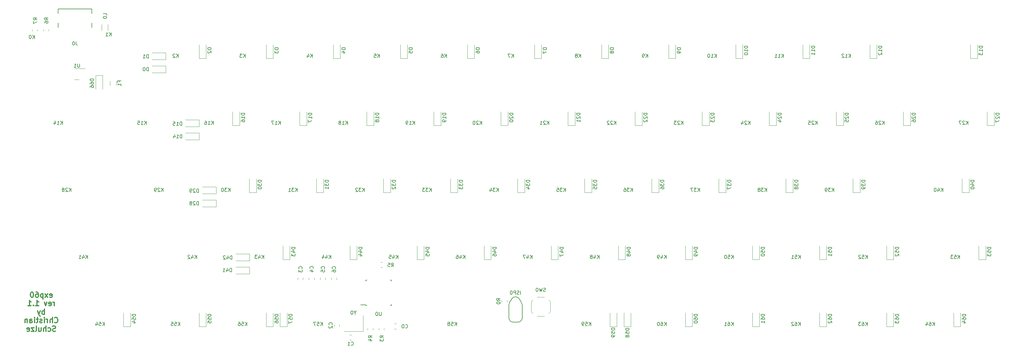
<source format=gbr>
G04 #@! TF.GenerationSoftware,KiCad,Pcbnew,(6.0.10)*
G04 #@! TF.CreationDate,2023-01-19T13:29:41+11:00*
G04 #@! TF.ProjectId,exp60,65787036-302e-46b6-9963-61645f706362,rev?*
G04 #@! TF.SameCoordinates,Original*
G04 #@! TF.FileFunction,Legend,Bot*
G04 #@! TF.FilePolarity,Positive*
%FSLAX46Y46*%
G04 Gerber Fmt 4.6, Leading zero omitted, Abs format (unit mm)*
G04 Created by KiCad (PCBNEW (6.0.10)) date 2023-01-19 13:29:41*
%MOMM*%
%LPD*%
G01*
G04 APERTURE LIST*
%ADD10C,0.300000*%
%ADD11C,0.150000*%
%ADD12C,0.120000*%
%ADD13C,0.200000*%
G04 APERTURE END LIST*
D10*
X82828571Y-164727142D02*
X82971428Y-164798571D01*
X83257142Y-164798571D01*
X83400000Y-164727142D01*
X83471428Y-164584285D01*
X83471428Y-164012857D01*
X83400000Y-163870000D01*
X83257142Y-163798571D01*
X82971428Y-163798571D01*
X82828571Y-163870000D01*
X82757142Y-164012857D01*
X82757142Y-164155714D01*
X83471428Y-164298571D01*
X82257142Y-164798571D02*
X81471428Y-163798571D01*
X82257142Y-163798571D02*
X81471428Y-164798571D01*
X80900000Y-163798571D02*
X80900000Y-165298571D01*
X80900000Y-163870000D02*
X80757142Y-163798571D01*
X80471428Y-163798571D01*
X80328571Y-163870000D01*
X80257142Y-163941428D01*
X80185714Y-164084285D01*
X80185714Y-164512857D01*
X80257142Y-164655714D01*
X80328571Y-164727142D01*
X80471428Y-164798571D01*
X80757142Y-164798571D01*
X80900000Y-164727142D01*
X78900000Y-163298571D02*
X79185714Y-163298571D01*
X79328571Y-163370000D01*
X79400000Y-163441428D01*
X79542857Y-163655714D01*
X79614285Y-163941428D01*
X79614285Y-164512857D01*
X79542857Y-164655714D01*
X79471428Y-164727142D01*
X79328571Y-164798571D01*
X79042857Y-164798571D01*
X78900000Y-164727142D01*
X78828571Y-164655714D01*
X78757142Y-164512857D01*
X78757142Y-164155714D01*
X78828571Y-164012857D01*
X78900000Y-163941428D01*
X79042857Y-163870000D01*
X79328571Y-163870000D01*
X79471428Y-163941428D01*
X79542857Y-164012857D01*
X79614285Y-164155714D01*
X77828571Y-163298571D02*
X77685714Y-163298571D01*
X77542857Y-163370000D01*
X77471428Y-163441428D01*
X77400000Y-163584285D01*
X77328571Y-163870000D01*
X77328571Y-164227142D01*
X77400000Y-164512857D01*
X77471428Y-164655714D01*
X77542857Y-164727142D01*
X77685714Y-164798571D01*
X77828571Y-164798571D01*
X77971428Y-164727142D01*
X78042857Y-164655714D01*
X78114285Y-164512857D01*
X78185714Y-164227142D01*
X78185714Y-163870000D01*
X78114285Y-163584285D01*
X78042857Y-163441428D01*
X77971428Y-163370000D01*
X77828571Y-163298571D01*
X84078571Y-167213571D02*
X84078571Y-166213571D01*
X84078571Y-166499285D02*
X84007142Y-166356428D01*
X83935714Y-166285000D01*
X83792857Y-166213571D01*
X83650000Y-166213571D01*
X82578571Y-167142142D02*
X82721428Y-167213571D01*
X83007142Y-167213571D01*
X83150000Y-167142142D01*
X83221428Y-166999285D01*
X83221428Y-166427857D01*
X83150000Y-166285000D01*
X83007142Y-166213571D01*
X82721428Y-166213571D01*
X82578571Y-166285000D01*
X82507142Y-166427857D01*
X82507142Y-166570714D01*
X83221428Y-166713571D01*
X82007142Y-166213571D02*
X81650000Y-167213571D01*
X81292857Y-166213571D01*
X78792857Y-167213571D02*
X79650000Y-167213571D01*
X79221428Y-167213571D02*
X79221428Y-165713571D01*
X79364285Y-165927857D01*
X79507142Y-166070714D01*
X79650000Y-166142142D01*
X78150000Y-167070714D02*
X78078571Y-167142142D01*
X78150000Y-167213571D01*
X78221428Y-167142142D01*
X78150000Y-167070714D01*
X78150000Y-167213571D01*
X76650000Y-167213571D02*
X77507142Y-167213571D01*
X77078571Y-167213571D02*
X77078571Y-165713571D01*
X77221428Y-165927857D01*
X77364285Y-166070714D01*
X77507142Y-166142142D01*
X81292857Y-169628571D02*
X81292857Y-168128571D01*
X81292857Y-168700000D02*
X81150000Y-168628571D01*
X80864285Y-168628571D01*
X80721428Y-168700000D01*
X80650000Y-168771428D01*
X80578571Y-168914285D01*
X80578571Y-169342857D01*
X80650000Y-169485714D01*
X80721428Y-169557142D01*
X80864285Y-169628571D01*
X81150000Y-169628571D01*
X81292857Y-169557142D01*
X80078571Y-168628571D02*
X79721428Y-169628571D01*
X79364285Y-168628571D02*
X79721428Y-169628571D01*
X79864285Y-169985714D01*
X79935714Y-170057142D01*
X80078571Y-170128571D01*
X84185714Y-171900714D02*
X84257142Y-171972142D01*
X84471428Y-172043571D01*
X84614285Y-172043571D01*
X84828571Y-171972142D01*
X84971428Y-171829285D01*
X85042857Y-171686428D01*
X85114285Y-171400714D01*
X85114285Y-171186428D01*
X85042857Y-170900714D01*
X84971428Y-170757857D01*
X84828571Y-170615000D01*
X84614285Y-170543571D01*
X84471428Y-170543571D01*
X84257142Y-170615000D01*
X84185714Y-170686428D01*
X83542857Y-172043571D02*
X83542857Y-170543571D01*
X82900000Y-172043571D02*
X82900000Y-171257857D01*
X82971428Y-171115000D01*
X83114285Y-171043571D01*
X83328571Y-171043571D01*
X83471428Y-171115000D01*
X83542857Y-171186428D01*
X82185714Y-172043571D02*
X82185714Y-171043571D01*
X82185714Y-171329285D02*
X82114285Y-171186428D01*
X82042857Y-171115000D01*
X81900000Y-171043571D01*
X81757142Y-171043571D01*
X81257142Y-172043571D02*
X81257142Y-171043571D01*
X81257142Y-170543571D02*
X81328571Y-170615000D01*
X81257142Y-170686428D01*
X81185714Y-170615000D01*
X81257142Y-170543571D01*
X81257142Y-170686428D01*
X80614285Y-171972142D02*
X80471428Y-172043571D01*
X80185714Y-172043571D01*
X80042857Y-171972142D01*
X79971428Y-171829285D01*
X79971428Y-171757857D01*
X80042857Y-171615000D01*
X80185714Y-171543571D01*
X80400000Y-171543571D01*
X80542857Y-171472142D01*
X80614285Y-171329285D01*
X80614285Y-171257857D01*
X80542857Y-171115000D01*
X80400000Y-171043571D01*
X80185714Y-171043571D01*
X80042857Y-171115000D01*
X79542857Y-171043571D02*
X78971428Y-171043571D01*
X79328571Y-170543571D02*
X79328571Y-171829285D01*
X79257142Y-171972142D01*
X79114285Y-172043571D01*
X78971428Y-172043571D01*
X78471428Y-172043571D02*
X78471428Y-171043571D01*
X78471428Y-170543571D02*
X78542857Y-170615000D01*
X78471428Y-170686428D01*
X78400000Y-170615000D01*
X78471428Y-170543571D01*
X78471428Y-170686428D01*
X77114285Y-172043571D02*
X77114285Y-171257857D01*
X77185714Y-171115000D01*
X77328571Y-171043571D01*
X77614285Y-171043571D01*
X77757142Y-171115000D01*
X77114285Y-171972142D02*
X77257142Y-172043571D01*
X77614285Y-172043571D01*
X77757142Y-171972142D01*
X77828571Y-171829285D01*
X77828571Y-171686428D01*
X77757142Y-171543571D01*
X77614285Y-171472142D01*
X77257142Y-171472142D01*
X77114285Y-171400714D01*
X76400000Y-171043571D02*
X76400000Y-172043571D01*
X76400000Y-171186428D02*
X76328571Y-171115000D01*
X76185714Y-171043571D01*
X75971428Y-171043571D01*
X75828571Y-171115000D01*
X75757142Y-171257857D01*
X75757142Y-172043571D01*
X84471428Y-174387142D02*
X84257142Y-174458571D01*
X83900000Y-174458571D01*
X83757142Y-174387142D01*
X83685714Y-174315714D01*
X83614285Y-174172857D01*
X83614285Y-174030000D01*
X83685714Y-173887142D01*
X83757142Y-173815714D01*
X83900000Y-173744285D01*
X84185714Y-173672857D01*
X84328571Y-173601428D01*
X84400000Y-173530000D01*
X84471428Y-173387142D01*
X84471428Y-173244285D01*
X84400000Y-173101428D01*
X84328571Y-173030000D01*
X84185714Y-172958571D01*
X83828571Y-172958571D01*
X83614285Y-173030000D01*
X82328571Y-174387142D02*
X82471428Y-174458571D01*
X82757142Y-174458571D01*
X82900000Y-174387142D01*
X82971428Y-174315714D01*
X83042857Y-174172857D01*
X83042857Y-173744285D01*
X82971428Y-173601428D01*
X82900000Y-173530000D01*
X82757142Y-173458571D01*
X82471428Y-173458571D01*
X82328571Y-173530000D01*
X81685714Y-174458571D02*
X81685714Y-172958571D01*
X81042857Y-174458571D02*
X81042857Y-173672857D01*
X81114285Y-173530000D01*
X81257142Y-173458571D01*
X81471428Y-173458571D01*
X81614285Y-173530000D01*
X81685714Y-173601428D01*
X79685714Y-173458571D02*
X79685714Y-174458571D01*
X80328571Y-173458571D02*
X80328571Y-174244285D01*
X80257142Y-174387142D01*
X80114285Y-174458571D01*
X79900000Y-174458571D01*
X79757142Y-174387142D01*
X79685714Y-174315714D01*
X78757142Y-174458571D02*
X78900000Y-174387142D01*
X78971428Y-174244285D01*
X78971428Y-172958571D01*
X78328571Y-173458571D02*
X77542857Y-173458571D01*
X78328571Y-174458571D01*
X77542857Y-174458571D01*
X76400000Y-174387142D02*
X76542857Y-174458571D01*
X76828571Y-174458571D01*
X76971428Y-174387142D01*
X77042857Y-174244285D01*
X77042857Y-173672857D01*
X76971428Y-173530000D01*
X76828571Y-173458571D01*
X76542857Y-173458571D01*
X76400000Y-173530000D01*
X76328571Y-173672857D01*
X76328571Y-173815714D01*
X77042857Y-173958571D01*
D11*
X129294285Y-115705380D02*
X129294285Y-114705380D01*
X128722857Y-115705380D02*
X129151428Y-115133952D01*
X128722857Y-114705380D02*
X129294285Y-115276809D01*
X127770476Y-115705380D02*
X128341904Y-115705380D01*
X128056190Y-115705380D02*
X128056190Y-114705380D01*
X128151428Y-114848238D01*
X128246666Y-114943476D01*
X128341904Y-114991095D01*
X126913333Y-114705380D02*
X127103809Y-114705380D01*
X127199047Y-114753000D01*
X127246666Y-114800619D01*
X127341904Y-114943476D01*
X127389523Y-115133952D01*
X127389523Y-115514904D01*
X127341904Y-115610142D01*
X127294285Y-115657761D01*
X127199047Y-115705380D01*
X127008571Y-115705380D01*
X126913333Y-115657761D01*
X126865714Y-115610142D01*
X126818095Y-115514904D01*
X126818095Y-115276809D01*
X126865714Y-115181571D01*
X126913333Y-115133952D01*
X127008571Y-115086333D01*
X127199047Y-115086333D01*
X127294285Y-115133952D01*
X127341904Y-115181571D01*
X127389523Y-115276809D01*
X153106785Y-134755380D02*
X153106785Y-133755380D01*
X152535357Y-134755380D02*
X152963928Y-134183952D01*
X152535357Y-133755380D02*
X153106785Y-134326809D01*
X152202023Y-133755380D02*
X151582976Y-133755380D01*
X151916309Y-134136333D01*
X151773452Y-134136333D01*
X151678214Y-134183952D01*
X151630595Y-134231571D01*
X151582976Y-134326809D01*
X151582976Y-134564904D01*
X151630595Y-134660142D01*
X151678214Y-134707761D01*
X151773452Y-134755380D01*
X152059166Y-134755380D01*
X152154404Y-134707761D01*
X152202023Y-134660142D01*
X150630595Y-134755380D02*
X151202023Y-134755380D01*
X150916309Y-134755380D02*
X150916309Y-133755380D01*
X151011547Y-133898238D01*
X151106785Y-133993476D01*
X151202023Y-134041095D01*
X172156785Y-134755380D02*
X172156785Y-133755380D01*
X171585357Y-134755380D02*
X172013928Y-134183952D01*
X171585357Y-133755380D02*
X172156785Y-134326809D01*
X171252023Y-133755380D02*
X170632976Y-133755380D01*
X170966309Y-134136333D01*
X170823452Y-134136333D01*
X170728214Y-134183952D01*
X170680595Y-134231571D01*
X170632976Y-134326809D01*
X170632976Y-134564904D01*
X170680595Y-134660142D01*
X170728214Y-134707761D01*
X170823452Y-134755380D01*
X171109166Y-134755380D01*
X171204404Y-134707761D01*
X171252023Y-134660142D01*
X170252023Y-133850619D02*
X170204404Y-133803000D01*
X170109166Y-133755380D01*
X169871071Y-133755380D01*
X169775833Y-133803000D01*
X169728214Y-133850619D01*
X169680595Y-133945857D01*
X169680595Y-134041095D01*
X169728214Y-134183952D01*
X170299642Y-134755380D01*
X169680595Y-134755380D01*
X336463035Y-134755380D02*
X336463035Y-133755380D01*
X335891607Y-134755380D02*
X336320178Y-134183952D01*
X335891607Y-133755380D02*
X336463035Y-134326809D01*
X335034464Y-134088714D02*
X335034464Y-134755380D01*
X335272559Y-133707761D02*
X335510654Y-134422047D01*
X334891607Y-134422047D01*
X334320178Y-133755380D02*
X334224940Y-133755380D01*
X334129702Y-133803000D01*
X334082083Y-133850619D01*
X334034464Y-133945857D01*
X333986845Y-134136333D01*
X333986845Y-134374428D01*
X334034464Y-134564904D01*
X334082083Y-134660142D01*
X334129702Y-134707761D01*
X334224940Y-134755380D01*
X334320178Y-134755380D01*
X334415416Y-134707761D01*
X334463035Y-134660142D01*
X334510654Y-134564904D01*
X334558273Y-134374428D01*
X334558273Y-134136333D01*
X334510654Y-133945857D01*
X334463035Y-133850619D01*
X334415416Y-133803000D01*
X334320178Y-133755380D01*
X276931785Y-172855380D02*
X276931785Y-171855380D01*
X276360357Y-172855380D02*
X276788928Y-172283952D01*
X276360357Y-171855380D02*
X276931785Y-172426809D01*
X275503214Y-171855380D02*
X275693690Y-171855380D01*
X275788928Y-171903000D01*
X275836547Y-171950619D01*
X275931785Y-172093476D01*
X275979404Y-172283952D01*
X275979404Y-172664904D01*
X275931785Y-172760142D01*
X275884166Y-172807761D01*
X275788928Y-172855380D01*
X275598452Y-172855380D01*
X275503214Y-172807761D01*
X275455595Y-172760142D01*
X275407976Y-172664904D01*
X275407976Y-172426809D01*
X275455595Y-172331571D01*
X275503214Y-172283952D01*
X275598452Y-172236333D01*
X275788928Y-172236333D01*
X275884166Y-172283952D01*
X275931785Y-172331571D01*
X275979404Y-172426809D01*
X274455595Y-172855380D02*
X275027023Y-172855380D01*
X274741309Y-172855380D02*
X274741309Y-171855380D01*
X274836547Y-171998238D01*
X274931785Y-172093476D01*
X275027023Y-172141095D01*
X181681785Y-153805380D02*
X181681785Y-152805380D01*
X181110357Y-153805380D02*
X181538928Y-153233952D01*
X181110357Y-152805380D02*
X181681785Y-153376809D01*
X180253214Y-153138714D02*
X180253214Y-153805380D01*
X180491309Y-152757761D02*
X180729404Y-153472047D01*
X180110357Y-153472047D01*
X179253214Y-152805380D02*
X179729404Y-152805380D01*
X179777023Y-153281571D01*
X179729404Y-153233952D01*
X179634166Y-153186333D01*
X179396071Y-153186333D01*
X179300833Y-153233952D01*
X179253214Y-153281571D01*
X179205595Y-153376809D01*
X179205595Y-153614904D01*
X179253214Y-153710142D01*
X179300833Y-153757761D01*
X179396071Y-153805380D01*
X179634166Y-153805380D01*
X179729404Y-153757761D01*
X179777023Y-153710142D01*
X143581785Y-153805380D02*
X143581785Y-152805380D01*
X143010357Y-153805380D02*
X143438928Y-153233952D01*
X143010357Y-152805380D02*
X143581785Y-153376809D01*
X142153214Y-153138714D02*
X142153214Y-153805380D01*
X142391309Y-152757761D02*
X142629404Y-153472047D01*
X142010357Y-153472047D01*
X141724642Y-152805380D02*
X141105595Y-152805380D01*
X141438928Y-153186333D01*
X141296071Y-153186333D01*
X141200833Y-153233952D01*
X141153214Y-153281571D01*
X141105595Y-153376809D01*
X141105595Y-153614904D01*
X141153214Y-153710142D01*
X141200833Y-153757761D01*
X141296071Y-153805380D01*
X141581785Y-153805380D01*
X141677023Y-153757761D01*
X141724642Y-153710142D01*
X138343095Y-96655380D02*
X138343095Y-95655380D01*
X137771666Y-96655380D02*
X138200238Y-96083952D01*
X137771666Y-95655380D02*
X138343095Y-96226809D01*
X137438333Y-95655380D02*
X136819285Y-95655380D01*
X137152619Y-96036333D01*
X137009761Y-96036333D01*
X136914523Y-96083952D01*
X136866904Y-96131571D01*
X136819285Y-96226809D01*
X136819285Y-96464904D01*
X136866904Y-96560142D01*
X136914523Y-96607761D01*
X137009761Y-96655380D01*
X137295476Y-96655380D01*
X137390714Y-96607761D01*
X137438333Y-96560142D01*
X160250535Y-172855380D02*
X160250535Y-171855380D01*
X159679107Y-172855380D02*
X160107678Y-172283952D01*
X159679107Y-171855380D02*
X160250535Y-172426809D01*
X158774345Y-171855380D02*
X159250535Y-171855380D01*
X159298154Y-172331571D01*
X159250535Y-172283952D01*
X159155297Y-172236333D01*
X158917202Y-172236333D01*
X158821964Y-172283952D01*
X158774345Y-172331571D01*
X158726726Y-172426809D01*
X158726726Y-172664904D01*
X158774345Y-172760142D01*
X158821964Y-172807761D01*
X158917202Y-172855380D01*
X159155297Y-172855380D01*
X159250535Y-172807761D01*
X159298154Y-172760142D01*
X158393392Y-171855380D02*
X157726726Y-171855380D01*
X158155297Y-172855380D01*
X341225535Y-153805380D02*
X341225535Y-152805380D01*
X340654107Y-153805380D02*
X341082678Y-153233952D01*
X340654107Y-152805380D02*
X341225535Y-153376809D01*
X339749345Y-152805380D02*
X340225535Y-152805380D01*
X340273154Y-153281571D01*
X340225535Y-153233952D01*
X340130297Y-153186333D01*
X339892202Y-153186333D01*
X339796964Y-153233952D01*
X339749345Y-153281571D01*
X339701726Y-153376809D01*
X339701726Y-153614904D01*
X339749345Y-153710142D01*
X339796964Y-153757761D01*
X339892202Y-153805380D01*
X340130297Y-153805380D01*
X340225535Y-153757761D01*
X340273154Y-153710142D01*
X339368392Y-152805380D02*
X338749345Y-152805380D01*
X339082678Y-153186333D01*
X338939821Y-153186333D01*
X338844583Y-153233952D01*
X338796964Y-153281571D01*
X338749345Y-153376809D01*
X338749345Y-153614904D01*
X338796964Y-153710142D01*
X338844583Y-153757761D01*
X338939821Y-153805380D01*
X339225535Y-153805380D01*
X339320773Y-153757761D01*
X339368392Y-153710142D01*
X224544285Y-115705380D02*
X224544285Y-114705380D01*
X223972857Y-115705380D02*
X224401428Y-115133952D01*
X223972857Y-114705380D02*
X224544285Y-115276809D01*
X223591904Y-114800619D02*
X223544285Y-114753000D01*
X223449047Y-114705380D01*
X223210952Y-114705380D01*
X223115714Y-114753000D01*
X223068095Y-114800619D01*
X223020476Y-114895857D01*
X223020476Y-114991095D01*
X223068095Y-115133952D01*
X223639523Y-115705380D01*
X223020476Y-115705380D01*
X222068095Y-115705380D02*
X222639523Y-115705380D01*
X222353809Y-115705380D02*
X222353809Y-114705380D01*
X222449047Y-114848238D01*
X222544285Y-114943476D01*
X222639523Y-114991095D01*
X198350535Y-172855380D02*
X198350535Y-171855380D01*
X197779107Y-172855380D02*
X198207678Y-172283952D01*
X197779107Y-171855380D02*
X198350535Y-172426809D01*
X196874345Y-171855380D02*
X197350535Y-171855380D01*
X197398154Y-172331571D01*
X197350535Y-172283952D01*
X197255297Y-172236333D01*
X197017202Y-172236333D01*
X196921964Y-172283952D01*
X196874345Y-172331571D01*
X196826726Y-172426809D01*
X196826726Y-172664904D01*
X196874345Y-172760142D01*
X196921964Y-172807761D01*
X197017202Y-172855380D01*
X197255297Y-172855380D01*
X197350535Y-172807761D01*
X197398154Y-172760142D01*
X196255297Y-172283952D02*
X196350535Y-172236333D01*
X196398154Y-172188714D01*
X196445773Y-172093476D01*
X196445773Y-172045857D01*
X196398154Y-171950619D01*
X196350535Y-171903000D01*
X196255297Y-171855380D01*
X196064821Y-171855380D01*
X195969583Y-171903000D01*
X195921964Y-171950619D01*
X195874345Y-172045857D01*
X195874345Y-172093476D01*
X195921964Y-172188714D01*
X195969583Y-172236333D01*
X196064821Y-172283952D01*
X196255297Y-172283952D01*
X196350535Y-172331571D01*
X196398154Y-172379190D01*
X196445773Y-172474428D01*
X196445773Y-172664904D01*
X196398154Y-172760142D01*
X196350535Y-172807761D01*
X196255297Y-172855380D01*
X196064821Y-172855380D01*
X195969583Y-172807761D01*
X195921964Y-172760142D01*
X195874345Y-172664904D01*
X195874345Y-172474428D01*
X195921964Y-172379190D01*
X195969583Y-172331571D01*
X196064821Y-172283952D01*
X305506785Y-134755380D02*
X305506785Y-133755380D01*
X304935357Y-134755380D02*
X305363928Y-134183952D01*
X304935357Y-133755380D02*
X305506785Y-134326809D01*
X304602023Y-133755380D02*
X303982976Y-133755380D01*
X304316309Y-134136333D01*
X304173452Y-134136333D01*
X304078214Y-134183952D01*
X304030595Y-134231571D01*
X303982976Y-134326809D01*
X303982976Y-134564904D01*
X304030595Y-134660142D01*
X304078214Y-134707761D01*
X304173452Y-134755380D01*
X304459166Y-134755380D01*
X304554404Y-134707761D01*
X304602023Y-134660142D01*
X303506785Y-134755380D02*
X303316309Y-134755380D01*
X303221071Y-134707761D01*
X303173452Y-134660142D01*
X303078214Y-134517285D01*
X303030595Y-134326809D01*
X303030595Y-133945857D01*
X303078214Y-133850619D01*
X303125833Y-133803000D01*
X303221071Y-133755380D01*
X303411547Y-133755380D01*
X303506785Y-133803000D01*
X303554404Y-133850619D01*
X303602023Y-133945857D01*
X303602023Y-134183952D01*
X303554404Y-134279190D01*
X303506785Y-134326809D01*
X303411547Y-134374428D01*
X303221071Y-134374428D01*
X303125833Y-134326809D01*
X303078214Y-134279190D01*
X303030595Y-134183952D01*
X233593095Y-96655380D02*
X233593095Y-95655380D01*
X233021666Y-96655380D02*
X233450238Y-96083952D01*
X233021666Y-95655380D02*
X233593095Y-96226809D01*
X232450238Y-96083952D02*
X232545476Y-96036333D01*
X232593095Y-95988714D01*
X232640714Y-95893476D01*
X232640714Y-95845857D01*
X232593095Y-95750619D01*
X232545476Y-95703000D01*
X232450238Y-95655380D01*
X232259761Y-95655380D01*
X232164523Y-95703000D01*
X232116904Y-95750619D01*
X232069285Y-95845857D01*
X232069285Y-95893476D01*
X232116904Y-95988714D01*
X232164523Y-96036333D01*
X232259761Y-96083952D01*
X232450238Y-96083952D01*
X232545476Y-96131571D01*
X232593095Y-96179190D01*
X232640714Y-96274428D01*
X232640714Y-96464904D01*
X232593095Y-96560142D01*
X232545476Y-96607761D01*
X232450238Y-96655380D01*
X232259761Y-96655380D01*
X232164523Y-96607761D01*
X232116904Y-96560142D01*
X232069285Y-96464904D01*
X232069285Y-96274428D01*
X232116904Y-96179190D01*
X232164523Y-96131571D01*
X232259761Y-96083952D01*
X236450535Y-172855380D02*
X236450535Y-171855380D01*
X235879107Y-172855380D02*
X236307678Y-172283952D01*
X235879107Y-171855380D02*
X236450535Y-172426809D01*
X234974345Y-171855380D02*
X235450535Y-171855380D01*
X235498154Y-172331571D01*
X235450535Y-172283952D01*
X235355297Y-172236333D01*
X235117202Y-172236333D01*
X235021964Y-172283952D01*
X234974345Y-172331571D01*
X234926726Y-172426809D01*
X234926726Y-172664904D01*
X234974345Y-172760142D01*
X235021964Y-172807761D01*
X235117202Y-172855380D01*
X235355297Y-172855380D01*
X235450535Y-172807761D01*
X235498154Y-172760142D01*
X234450535Y-172855380D02*
X234260059Y-172855380D01*
X234164821Y-172807761D01*
X234117202Y-172760142D01*
X234021964Y-172617285D01*
X233974345Y-172426809D01*
X233974345Y-172045857D01*
X234021964Y-171950619D01*
X234069583Y-171903000D01*
X234164821Y-171855380D01*
X234355297Y-171855380D01*
X234450535Y-171903000D01*
X234498154Y-171950619D01*
X234545773Y-172045857D01*
X234545773Y-172283952D01*
X234498154Y-172379190D01*
X234450535Y-172426809D01*
X234355297Y-172474428D01*
X234164821Y-172474428D01*
X234069583Y-172426809D01*
X234021964Y-172379190D01*
X233974345Y-172283952D01*
X93575535Y-153805380D02*
X93575535Y-152805380D01*
X93004107Y-153805380D02*
X93432678Y-153233952D01*
X93004107Y-152805380D02*
X93575535Y-153376809D01*
X92146964Y-153138714D02*
X92146964Y-153805380D01*
X92385059Y-152757761D02*
X92623154Y-153472047D01*
X92004107Y-153472047D01*
X91099345Y-153805380D02*
X91670773Y-153805380D01*
X91385059Y-153805380D02*
X91385059Y-152805380D01*
X91480297Y-152948238D01*
X91575535Y-153043476D01*
X91670773Y-153091095D01*
X100243095Y-90559380D02*
X100243095Y-89559380D01*
X99671666Y-90559380D02*
X100100238Y-89987952D01*
X99671666Y-89559380D02*
X100243095Y-90130809D01*
X98719285Y-90559380D02*
X99290714Y-90559380D01*
X99005000Y-90559380D02*
X99005000Y-89559380D01*
X99100238Y-89702238D01*
X99195476Y-89797476D01*
X99290714Y-89845095D01*
X115006785Y-134755380D02*
X115006785Y-133755380D01*
X114435357Y-134755380D02*
X114863928Y-134183952D01*
X114435357Y-133755380D02*
X115006785Y-134326809D01*
X114054404Y-133850619D02*
X114006785Y-133803000D01*
X113911547Y-133755380D01*
X113673452Y-133755380D01*
X113578214Y-133803000D01*
X113530595Y-133850619D01*
X113482976Y-133945857D01*
X113482976Y-134041095D01*
X113530595Y-134183952D01*
X114102023Y-134755380D01*
X113482976Y-134755380D01*
X113006785Y-134755380D02*
X112816309Y-134755380D01*
X112721071Y-134707761D01*
X112673452Y-134660142D01*
X112578214Y-134517285D01*
X112530595Y-134326809D01*
X112530595Y-133945857D01*
X112578214Y-133850619D01*
X112625833Y-133803000D01*
X112721071Y-133755380D01*
X112911547Y-133755380D01*
X113006785Y-133803000D01*
X113054404Y-133850619D01*
X113102023Y-133945857D01*
X113102023Y-134183952D01*
X113054404Y-134279190D01*
X113006785Y-134326809D01*
X112911547Y-134374428D01*
X112721071Y-134374428D01*
X112625833Y-134326809D01*
X112578214Y-134279190D01*
X112530595Y-134183952D01*
X86431785Y-115705380D02*
X86431785Y-114705380D01*
X85860357Y-115705380D02*
X86288928Y-115133952D01*
X85860357Y-114705380D02*
X86431785Y-115276809D01*
X84907976Y-115705380D02*
X85479404Y-115705380D01*
X85193690Y-115705380D02*
X85193690Y-114705380D01*
X85288928Y-114848238D01*
X85384166Y-114943476D01*
X85479404Y-114991095D01*
X84050833Y-115038714D02*
X84050833Y-115705380D01*
X84288928Y-114657761D02*
X84527023Y-115372047D01*
X83907976Y-115372047D01*
X119769285Y-172855380D02*
X119769285Y-171855380D01*
X119197857Y-172855380D02*
X119626428Y-172283952D01*
X119197857Y-171855380D02*
X119769285Y-172426809D01*
X118293095Y-171855380D02*
X118769285Y-171855380D01*
X118816904Y-172331571D01*
X118769285Y-172283952D01*
X118674047Y-172236333D01*
X118435952Y-172236333D01*
X118340714Y-172283952D01*
X118293095Y-172331571D01*
X118245476Y-172426809D01*
X118245476Y-172664904D01*
X118293095Y-172760142D01*
X118340714Y-172807761D01*
X118435952Y-172855380D01*
X118674047Y-172855380D01*
X118769285Y-172807761D01*
X118816904Y-172760142D01*
X117340714Y-171855380D02*
X117816904Y-171855380D01*
X117864523Y-172331571D01*
X117816904Y-172283952D01*
X117721666Y-172236333D01*
X117483571Y-172236333D01*
X117388333Y-172283952D01*
X117340714Y-172331571D01*
X117293095Y-172426809D01*
X117293095Y-172664904D01*
X117340714Y-172760142D01*
X117388333Y-172807761D01*
X117483571Y-172855380D01*
X117721666Y-172855380D01*
X117816904Y-172807761D01*
X117864523Y-172760142D01*
X157393095Y-96655380D02*
X157393095Y-95655380D01*
X156821666Y-96655380D02*
X157250238Y-96083952D01*
X156821666Y-95655380D02*
X157393095Y-96226809D01*
X155964523Y-95988714D02*
X155964523Y-96655380D01*
X156202619Y-95607761D02*
X156440714Y-96322047D01*
X155821666Y-96322047D01*
X98338035Y-172855380D02*
X98338035Y-171855380D01*
X97766607Y-172855380D02*
X98195178Y-172283952D01*
X97766607Y-171855380D02*
X98338035Y-172426809D01*
X96861845Y-171855380D02*
X97338035Y-171855380D01*
X97385654Y-172331571D01*
X97338035Y-172283952D01*
X97242797Y-172236333D01*
X97004702Y-172236333D01*
X96909464Y-172283952D01*
X96861845Y-172331571D01*
X96814226Y-172426809D01*
X96814226Y-172664904D01*
X96861845Y-172760142D01*
X96909464Y-172807761D01*
X97004702Y-172855380D01*
X97242797Y-172855380D01*
X97338035Y-172807761D01*
X97385654Y-172760142D01*
X95957083Y-172188714D02*
X95957083Y-172855380D01*
X96195178Y-171807761D02*
X96433273Y-172522047D01*
X95814226Y-172522047D01*
X167394285Y-115705380D02*
X167394285Y-114705380D01*
X166822857Y-115705380D02*
X167251428Y-115133952D01*
X166822857Y-114705380D02*
X167394285Y-115276809D01*
X165870476Y-115705380D02*
X166441904Y-115705380D01*
X166156190Y-115705380D02*
X166156190Y-114705380D01*
X166251428Y-114848238D01*
X166346666Y-114943476D01*
X166441904Y-114991095D01*
X165299047Y-115133952D02*
X165394285Y-115086333D01*
X165441904Y-115038714D01*
X165489523Y-114943476D01*
X165489523Y-114895857D01*
X165441904Y-114800619D01*
X165394285Y-114753000D01*
X165299047Y-114705380D01*
X165108571Y-114705380D01*
X165013333Y-114753000D01*
X164965714Y-114800619D01*
X164918095Y-114895857D01*
X164918095Y-114943476D01*
X164965714Y-115038714D01*
X165013333Y-115086333D01*
X165108571Y-115133952D01*
X165299047Y-115133952D01*
X165394285Y-115181571D01*
X165441904Y-115229190D01*
X165489523Y-115324428D01*
X165489523Y-115514904D01*
X165441904Y-115610142D01*
X165394285Y-115657761D01*
X165299047Y-115705380D01*
X165108571Y-115705380D01*
X165013333Y-115657761D01*
X164965714Y-115610142D01*
X164918095Y-115514904D01*
X164918095Y-115324428D01*
X164965714Y-115229190D01*
X165013333Y-115181571D01*
X165108571Y-115133952D01*
X291219285Y-96655380D02*
X291219285Y-95655380D01*
X290647857Y-96655380D02*
X291076428Y-96083952D01*
X290647857Y-95655380D02*
X291219285Y-96226809D01*
X289695476Y-96655380D02*
X290266904Y-96655380D01*
X289981190Y-96655380D02*
X289981190Y-95655380D01*
X290076428Y-95798238D01*
X290171666Y-95893476D01*
X290266904Y-95941095D01*
X288743095Y-96655380D02*
X289314523Y-96655380D01*
X289028809Y-96655380D02*
X289028809Y-95655380D01*
X289124047Y-95798238D01*
X289219285Y-95893476D01*
X289314523Y-95941095D01*
X243594285Y-115705380D02*
X243594285Y-114705380D01*
X243022857Y-115705380D02*
X243451428Y-115133952D01*
X243022857Y-114705380D02*
X243594285Y-115276809D01*
X242641904Y-114800619D02*
X242594285Y-114753000D01*
X242499047Y-114705380D01*
X242260952Y-114705380D01*
X242165714Y-114753000D01*
X242118095Y-114800619D01*
X242070476Y-114895857D01*
X242070476Y-114991095D01*
X242118095Y-115133952D01*
X242689523Y-115705380D01*
X242070476Y-115705380D01*
X241689523Y-114800619D02*
X241641904Y-114753000D01*
X241546666Y-114705380D01*
X241308571Y-114705380D01*
X241213333Y-114753000D01*
X241165714Y-114800619D01*
X241118095Y-114895857D01*
X241118095Y-114991095D01*
X241165714Y-115133952D01*
X241737142Y-115705380D01*
X241118095Y-115705380D01*
X200731785Y-153805380D02*
X200731785Y-152805380D01*
X200160357Y-153805380D02*
X200588928Y-153233952D01*
X200160357Y-152805380D02*
X200731785Y-153376809D01*
X199303214Y-153138714D02*
X199303214Y-153805380D01*
X199541309Y-152757761D02*
X199779404Y-153472047D01*
X199160357Y-153472047D01*
X198350833Y-152805380D02*
X198541309Y-152805380D01*
X198636547Y-152853000D01*
X198684166Y-152900619D01*
X198779404Y-153043476D01*
X198827023Y-153233952D01*
X198827023Y-153614904D01*
X198779404Y-153710142D01*
X198731785Y-153757761D01*
X198636547Y-153805380D01*
X198446071Y-153805380D01*
X198350833Y-153757761D01*
X198303214Y-153710142D01*
X198255595Y-153614904D01*
X198255595Y-153376809D01*
X198303214Y-153281571D01*
X198350833Y-153233952D01*
X198446071Y-153186333D01*
X198636547Y-153186333D01*
X198731785Y-153233952D01*
X198779404Y-153281571D01*
X198827023Y-153376809D01*
X276931785Y-153805380D02*
X276931785Y-152805380D01*
X276360357Y-153805380D02*
X276788928Y-153233952D01*
X276360357Y-152805380D02*
X276931785Y-153376809D01*
X275455595Y-152805380D02*
X275931785Y-152805380D01*
X275979404Y-153281571D01*
X275931785Y-153233952D01*
X275836547Y-153186333D01*
X275598452Y-153186333D01*
X275503214Y-153233952D01*
X275455595Y-153281571D01*
X275407976Y-153376809D01*
X275407976Y-153614904D01*
X275455595Y-153710142D01*
X275503214Y-153757761D01*
X275598452Y-153805380D01*
X275836547Y-153805380D01*
X275931785Y-153757761D01*
X275979404Y-153710142D01*
X274788928Y-152805380D02*
X274693690Y-152805380D01*
X274598452Y-152853000D01*
X274550833Y-152900619D01*
X274503214Y-152995857D01*
X274455595Y-153186333D01*
X274455595Y-153424428D01*
X274503214Y-153614904D01*
X274550833Y-153710142D01*
X274598452Y-153757761D01*
X274693690Y-153805380D01*
X274788928Y-153805380D01*
X274884166Y-153757761D01*
X274931785Y-153710142D01*
X274979404Y-153614904D01*
X275027023Y-153424428D01*
X275027023Y-153186333D01*
X274979404Y-152995857D01*
X274931785Y-152900619D01*
X274884166Y-152853000D01*
X274788928Y-152805380D01*
X300744285Y-115705380D02*
X300744285Y-114705380D01*
X300172857Y-115705380D02*
X300601428Y-115133952D01*
X300172857Y-114705380D02*
X300744285Y-115276809D01*
X299791904Y-114800619D02*
X299744285Y-114753000D01*
X299649047Y-114705380D01*
X299410952Y-114705380D01*
X299315714Y-114753000D01*
X299268095Y-114800619D01*
X299220476Y-114895857D01*
X299220476Y-114991095D01*
X299268095Y-115133952D01*
X299839523Y-115705380D01*
X299220476Y-115705380D01*
X298315714Y-114705380D02*
X298791904Y-114705380D01*
X298839523Y-115181571D01*
X298791904Y-115133952D01*
X298696666Y-115086333D01*
X298458571Y-115086333D01*
X298363333Y-115133952D01*
X298315714Y-115181571D01*
X298268095Y-115276809D01*
X298268095Y-115514904D01*
X298315714Y-115610142D01*
X298363333Y-115657761D01*
X298458571Y-115705380D01*
X298696666Y-115705380D01*
X298791904Y-115657761D01*
X298839523Y-115610142D01*
X295981785Y-153805380D02*
X295981785Y-152805380D01*
X295410357Y-153805380D02*
X295838928Y-153233952D01*
X295410357Y-152805380D02*
X295981785Y-153376809D01*
X294505595Y-152805380D02*
X294981785Y-152805380D01*
X295029404Y-153281571D01*
X294981785Y-153233952D01*
X294886547Y-153186333D01*
X294648452Y-153186333D01*
X294553214Y-153233952D01*
X294505595Y-153281571D01*
X294457976Y-153376809D01*
X294457976Y-153614904D01*
X294505595Y-153710142D01*
X294553214Y-153757761D01*
X294648452Y-153805380D01*
X294886547Y-153805380D01*
X294981785Y-153757761D01*
X295029404Y-153710142D01*
X293505595Y-153805380D02*
X294077023Y-153805380D01*
X293791309Y-153805380D02*
X293791309Y-152805380D01*
X293886547Y-152948238D01*
X293981785Y-153043476D01*
X294077023Y-153091095D01*
X138819285Y-172855380D02*
X138819285Y-171855380D01*
X138247857Y-172855380D02*
X138676428Y-172283952D01*
X138247857Y-171855380D02*
X138819285Y-172426809D01*
X137343095Y-171855380D02*
X137819285Y-171855380D01*
X137866904Y-172331571D01*
X137819285Y-172283952D01*
X137724047Y-172236333D01*
X137485952Y-172236333D01*
X137390714Y-172283952D01*
X137343095Y-172331571D01*
X137295476Y-172426809D01*
X137295476Y-172664904D01*
X137343095Y-172760142D01*
X137390714Y-172807761D01*
X137485952Y-172855380D01*
X137724047Y-172855380D01*
X137819285Y-172807761D01*
X137866904Y-172760142D01*
X136438333Y-171855380D02*
X136628809Y-171855380D01*
X136724047Y-171903000D01*
X136771666Y-171950619D01*
X136866904Y-172093476D01*
X136914523Y-172283952D01*
X136914523Y-172664904D01*
X136866904Y-172760142D01*
X136819285Y-172807761D01*
X136724047Y-172855380D01*
X136533571Y-172855380D01*
X136438333Y-172807761D01*
X136390714Y-172760142D01*
X136343095Y-172664904D01*
X136343095Y-172426809D01*
X136390714Y-172331571D01*
X136438333Y-172283952D01*
X136533571Y-172236333D01*
X136724047Y-172236333D01*
X136819285Y-172283952D01*
X136866904Y-172331571D01*
X136914523Y-172426809D01*
X343606785Y-115705380D02*
X343606785Y-114705380D01*
X343035357Y-115705380D02*
X343463928Y-115133952D01*
X343035357Y-114705380D02*
X343606785Y-115276809D01*
X342654404Y-114800619D02*
X342606785Y-114753000D01*
X342511547Y-114705380D01*
X342273452Y-114705380D01*
X342178214Y-114753000D01*
X342130595Y-114800619D01*
X342082976Y-114895857D01*
X342082976Y-114991095D01*
X342130595Y-115133952D01*
X342702023Y-115705380D01*
X342082976Y-115705380D01*
X341749642Y-114705380D02*
X341082976Y-114705380D01*
X341511547Y-115705380D01*
X252643095Y-96655380D02*
X252643095Y-95655380D01*
X252071666Y-96655380D02*
X252500238Y-96083952D01*
X252071666Y-95655380D02*
X252643095Y-96226809D01*
X251595476Y-96655380D02*
X251405000Y-96655380D01*
X251309761Y-96607761D01*
X251262142Y-96560142D01*
X251166904Y-96417285D01*
X251119285Y-96226809D01*
X251119285Y-95845857D01*
X251166904Y-95750619D01*
X251214523Y-95703000D01*
X251309761Y-95655380D01*
X251500238Y-95655380D01*
X251595476Y-95703000D01*
X251643095Y-95750619D01*
X251690714Y-95845857D01*
X251690714Y-96083952D01*
X251643095Y-96179190D01*
X251595476Y-96226809D01*
X251500238Y-96274428D01*
X251309761Y-96274428D01*
X251214523Y-96226809D01*
X251166904Y-96179190D01*
X251119285Y-96083952D01*
X267406785Y-134755380D02*
X267406785Y-133755380D01*
X266835357Y-134755380D02*
X267263928Y-134183952D01*
X266835357Y-133755380D02*
X267406785Y-134326809D01*
X266502023Y-133755380D02*
X265882976Y-133755380D01*
X266216309Y-134136333D01*
X266073452Y-134136333D01*
X265978214Y-134183952D01*
X265930595Y-134231571D01*
X265882976Y-134326809D01*
X265882976Y-134564904D01*
X265930595Y-134660142D01*
X265978214Y-134707761D01*
X266073452Y-134755380D01*
X266359166Y-134755380D01*
X266454404Y-134707761D01*
X266502023Y-134660142D01*
X265549642Y-133755380D02*
X264882976Y-133755380D01*
X265311547Y-134755380D01*
X272169285Y-96655380D02*
X272169285Y-95655380D01*
X271597857Y-96655380D02*
X272026428Y-96083952D01*
X271597857Y-95655380D02*
X272169285Y-96226809D01*
X270645476Y-96655380D02*
X271216904Y-96655380D01*
X270931190Y-96655380D02*
X270931190Y-95655380D01*
X271026428Y-95798238D01*
X271121666Y-95893476D01*
X271216904Y-95941095D01*
X270026428Y-95655380D02*
X269931190Y-95655380D01*
X269835952Y-95703000D01*
X269788333Y-95750619D01*
X269740714Y-95845857D01*
X269693095Y-96036333D01*
X269693095Y-96274428D01*
X269740714Y-96464904D01*
X269788333Y-96560142D01*
X269835952Y-96607761D01*
X269931190Y-96655380D01*
X270026428Y-96655380D01*
X270121666Y-96607761D01*
X270169285Y-96560142D01*
X270216904Y-96464904D01*
X270264523Y-96274428D01*
X270264523Y-96036333D01*
X270216904Y-95845857D01*
X270169285Y-95750619D01*
X270121666Y-95703000D01*
X270026428Y-95655380D01*
X286456785Y-134755380D02*
X286456785Y-133755380D01*
X285885357Y-134755380D02*
X286313928Y-134183952D01*
X285885357Y-133755380D02*
X286456785Y-134326809D01*
X285552023Y-133755380D02*
X284932976Y-133755380D01*
X285266309Y-134136333D01*
X285123452Y-134136333D01*
X285028214Y-134183952D01*
X284980595Y-134231571D01*
X284932976Y-134326809D01*
X284932976Y-134564904D01*
X284980595Y-134660142D01*
X285028214Y-134707761D01*
X285123452Y-134755380D01*
X285409166Y-134755380D01*
X285504404Y-134707761D01*
X285552023Y-134660142D01*
X284361547Y-134183952D02*
X284456785Y-134136333D01*
X284504404Y-134088714D01*
X284552023Y-133993476D01*
X284552023Y-133945857D01*
X284504404Y-133850619D01*
X284456785Y-133803000D01*
X284361547Y-133755380D01*
X284171071Y-133755380D01*
X284075833Y-133803000D01*
X284028214Y-133850619D01*
X283980595Y-133945857D01*
X283980595Y-133993476D01*
X284028214Y-134088714D01*
X284075833Y-134136333D01*
X284171071Y-134183952D01*
X284361547Y-134183952D01*
X284456785Y-134231571D01*
X284504404Y-134279190D01*
X284552023Y-134374428D01*
X284552023Y-134564904D01*
X284504404Y-134660142D01*
X284456785Y-134707761D01*
X284361547Y-134755380D01*
X284171071Y-134755380D01*
X284075833Y-134707761D01*
X284028214Y-134660142D01*
X283980595Y-134564904D01*
X283980595Y-134374428D01*
X284028214Y-134279190D01*
X284075833Y-134231571D01*
X284171071Y-134183952D01*
X310269285Y-96655380D02*
X310269285Y-95655380D01*
X309697857Y-96655380D02*
X310126428Y-96083952D01*
X309697857Y-95655380D02*
X310269285Y-96226809D01*
X308745476Y-96655380D02*
X309316904Y-96655380D01*
X309031190Y-96655380D02*
X309031190Y-95655380D01*
X309126428Y-95798238D01*
X309221666Y-95893476D01*
X309316904Y-95941095D01*
X308364523Y-95750619D02*
X308316904Y-95703000D01*
X308221666Y-95655380D01*
X307983571Y-95655380D01*
X307888333Y-95703000D01*
X307840714Y-95750619D01*
X307793095Y-95845857D01*
X307793095Y-95941095D01*
X307840714Y-96083952D01*
X308412142Y-96655380D01*
X307793095Y-96655380D01*
X134056785Y-134755380D02*
X134056785Y-133755380D01*
X133485357Y-134755380D02*
X133913928Y-134183952D01*
X133485357Y-133755380D02*
X134056785Y-134326809D01*
X133152023Y-133755380D02*
X132532976Y-133755380D01*
X132866309Y-134136333D01*
X132723452Y-134136333D01*
X132628214Y-134183952D01*
X132580595Y-134231571D01*
X132532976Y-134326809D01*
X132532976Y-134564904D01*
X132580595Y-134660142D01*
X132628214Y-134707761D01*
X132723452Y-134755380D01*
X133009166Y-134755380D01*
X133104404Y-134707761D01*
X133152023Y-134660142D01*
X131913928Y-133755380D02*
X131818690Y-133755380D01*
X131723452Y-133803000D01*
X131675833Y-133850619D01*
X131628214Y-133945857D01*
X131580595Y-134136333D01*
X131580595Y-134374428D01*
X131628214Y-134564904D01*
X131675833Y-134660142D01*
X131723452Y-134707761D01*
X131818690Y-134755380D01*
X131913928Y-134755380D01*
X132009166Y-134707761D01*
X132056785Y-134660142D01*
X132104404Y-134564904D01*
X132152023Y-134374428D01*
X132152023Y-134136333D01*
X132104404Y-133945857D01*
X132056785Y-133850619D01*
X132009166Y-133803000D01*
X131913928Y-133755380D01*
X110244285Y-115705380D02*
X110244285Y-114705380D01*
X109672857Y-115705380D02*
X110101428Y-115133952D01*
X109672857Y-114705380D02*
X110244285Y-115276809D01*
X108720476Y-115705380D02*
X109291904Y-115705380D01*
X109006190Y-115705380D02*
X109006190Y-114705380D01*
X109101428Y-114848238D01*
X109196666Y-114943476D01*
X109291904Y-114991095D01*
X107815714Y-114705380D02*
X108291904Y-114705380D01*
X108339523Y-115181571D01*
X108291904Y-115133952D01*
X108196666Y-115086333D01*
X107958571Y-115086333D01*
X107863333Y-115133952D01*
X107815714Y-115181571D01*
X107768095Y-115276809D01*
X107768095Y-115514904D01*
X107815714Y-115610142D01*
X107863333Y-115657761D01*
X107958571Y-115705380D01*
X108196666Y-115705380D01*
X108291904Y-115657761D01*
X108339523Y-115610142D01*
X281694285Y-115705380D02*
X281694285Y-114705380D01*
X281122857Y-115705380D02*
X281551428Y-115133952D01*
X281122857Y-114705380D02*
X281694285Y-115276809D01*
X280741904Y-114800619D02*
X280694285Y-114753000D01*
X280599047Y-114705380D01*
X280360952Y-114705380D01*
X280265714Y-114753000D01*
X280218095Y-114800619D01*
X280170476Y-114895857D01*
X280170476Y-114991095D01*
X280218095Y-115133952D01*
X280789523Y-115705380D01*
X280170476Y-115705380D01*
X279313333Y-115038714D02*
X279313333Y-115705380D01*
X279551428Y-114657761D02*
X279789523Y-115372047D01*
X279170476Y-115372047D01*
X176443095Y-96655380D02*
X176443095Y-95655380D01*
X175871666Y-96655380D02*
X176300238Y-96083952D01*
X175871666Y-95655380D02*
X176443095Y-96226809D01*
X174966904Y-95655380D02*
X175443095Y-95655380D01*
X175490714Y-96131571D01*
X175443095Y-96083952D01*
X175347857Y-96036333D01*
X175109761Y-96036333D01*
X175014523Y-96083952D01*
X174966904Y-96131571D01*
X174919285Y-96226809D01*
X174919285Y-96464904D01*
X174966904Y-96560142D01*
X175014523Y-96607761D01*
X175109761Y-96655380D01*
X175347857Y-96655380D01*
X175443095Y-96607761D01*
X175490714Y-96560142D01*
X257881785Y-153805380D02*
X257881785Y-152805380D01*
X257310357Y-153805380D02*
X257738928Y-153233952D01*
X257310357Y-152805380D02*
X257881785Y-153376809D01*
X256453214Y-153138714D02*
X256453214Y-153805380D01*
X256691309Y-152757761D02*
X256929404Y-153472047D01*
X256310357Y-153472047D01*
X255881785Y-153805380D02*
X255691309Y-153805380D01*
X255596071Y-153757761D01*
X255548452Y-153710142D01*
X255453214Y-153567285D01*
X255405595Y-153376809D01*
X255405595Y-152995857D01*
X255453214Y-152900619D01*
X255500833Y-152853000D01*
X255596071Y-152805380D01*
X255786547Y-152805380D01*
X255881785Y-152853000D01*
X255929404Y-152900619D01*
X255977023Y-152995857D01*
X255977023Y-153233952D01*
X255929404Y-153329190D01*
X255881785Y-153376809D01*
X255786547Y-153424428D01*
X255596071Y-153424428D01*
X255500833Y-153376809D01*
X255453214Y-153329190D01*
X255405595Y-153233952D01*
X219781785Y-153805380D02*
X219781785Y-152805380D01*
X219210357Y-153805380D02*
X219638928Y-153233952D01*
X219210357Y-152805380D02*
X219781785Y-153376809D01*
X218353214Y-153138714D02*
X218353214Y-153805380D01*
X218591309Y-152757761D02*
X218829404Y-153472047D01*
X218210357Y-153472047D01*
X217924642Y-152805380D02*
X217257976Y-152805380D01*
X217686547Y-153805380D01*
X315031785Y-153805380D02*
X315031785Y-152805380D01*
X314460357Y-153805380D02*
X314888928Y-153233952D01*
X314460357Y-152805380D02*
X315031785Y-153376809D01*
X313555595Y-152805380D02*
X314031785Y-152805380D01*
X314079404Y-153281571D01*
X314031785Y-153233952D01*
X313936547Y-153186333D01*
X313698452Y-153186333D01*
X313603214Y-153233952D01*
X313555595Y-153281571D01*
X313507976Y-153376809D01*
X313507976Y-153614904D01*
X313555595Y-153710142D01*
X313603214Y-153757761D01*
X313698452Y-153805380D01*
X313936547Y-153805380D01*
X314031785Y-153757761D01*
X314079404Y-153710142D01*
X313127023Y-152900619D02*
X313079404Y-152853000D01*
X312984166Y-152805380D01*
X312746071Y-152805380D01*
X312650833Y-152853000D01*
X312603214Y-152900619D01*
X312555595Y-152995857D01*
X312555595Y-153091095D01*
X312603214Y-153233952D01*
X313174642Y-153805380D01*
X312555595Y-153805380D01*
X257881785Y-172855380D02*
X257881785Y-171855380D01*
X257310357Y-172855380D02*
X257738928Y-172283952D01*
X257310357Y-171855380D02*
X257881785Y-172426809D01*
X256453214Y-171855380D02*
X256643690Y-171855380D01*
X256738928Y-171903000D01*
X256786547Y-171950619D01*
X256881785Y-172093476D01*
X256929404Y-172283952D01*
X256929404Y-172664904D01*
X256881785Y-172760142D01*
X256834166Y-172807761D01*
X256738928Y-172855380D01*
X256548452Y-172855380D01*
X256453214Y-172807761D01*
X256405595Y-172760142D01*
X256357976Y-172664904D01*
X256357976Y-172426809D01*
X256405595Y-172331571D01*
X256453214Y-172283952D01*
X256548452Y-172236333D01*
X256738928Y-172236333D01*
X256834166Y-172283952D01*
X256881785Y-172331571D01*
X256929404Y-172426809D01*
X255738928Y-171855380D02*
X255643690Y-171855380D01*
X255548452Y-171903000D01*
X255500833Y-171950619D01*
X255453214Y-172045857D01*
X255405595Y-172236333D01*
X255405595Y-172474428D01*
X255453214Y-172664904D01*
X255500833Y-172760142D01*
X255548452Y-172807761D01*
X255643690Y-172855380D01*
X255738928Y-172855380D01*
X255834166Y-172807761D01*
X255881785Y-172760142D01*
X255929404Y-172664904D01*
X255977023Y-172474428D01*
X255977023Y-172236333D01*
X255929404Y-172045857D01*
X255881785Y-171950619D01*
X255834166Y-171903000D01*
X255738928Y-171855380D01*
X124531785Y-153805380D02*
X124531785Y-152805380D01*
X123960357Y-153805380D02*
X124388928Y-153233952D01*
X123960357Y-152805380D02*
X124531785Y-153376809D01*
X123103214Y-153138714D02*
X123103214Y-153805380D01*
X123341309Y-152757761D02*
X123579404Y-153472047D01*
X122960357Y-153472047D01*
X122627023Y-152900619D02*
X122579404Y-152853000D01*
X122484166Y-152805380D01*
X122246071Y-152805380D01*
X122150833Y-152853000D01*
X122103214Y-152900619D01*
X122055595Y-152995857D01*
X122055595Y-153091095D01*
X122103214Y-153233952D01*
X122674642Y-153805380D01*
X122055595Y-153805380D01*
X119293095Y-96655380D02*
X119293095Y-95655380D01*
X118721666Y-96655380D02*
X119150238Y-96083952D01*
X118721666Y-95655380D02*
X119293095Y-96226809D01*
X118340714Y-95750619D02*
X118293095Y-95703000D01*
X118197857Y-95655380D01*
X117959761Y-95655380D01*
X117864523Y-95703000D01*
X117816904Y-95750619D01*
X117769285Y-95845857D01*
X117769285Y-95941095D01*
X117816904Y-96083952D01*
X118388333Y-96655380D01*
X117769285Y-96655380D01*
X295981785Y-172855380D02*
X295981785Y-171855380D01*
X295410357Y-172855380D02*
X295838928Y-172283952D01*
X295410357Y-171855380D02*
X295981785Y-172426809D01*
X294553214Y-171855380D02*
X294743690Y-171855380D01*
X294838928Y-171903000D01*
X294886547Y-171950619D01*
X294981785Y-172093476D01*
X295029404Y-172283952D01*
X295029404Y-172664904D01*
X294981785Y-172760142D01*
X294934166Y-172807761D01*
X294838928Y-172855380D01*
X294648452Y-172855380D01*
X294553214Y-172807761D01*
X294505595Y-172760142D01*
X294457976Y-172664904D01*
X294457976Y-172426809D01*
X294505595Y-172331571D01*
X294553214Y-172283952D01*
X294648452Y-172236333D01*
X294838928Y-172236333D01*
X294934166Y-172283952D01*
X294981785Y-172331571D01*
X295029404Y-172426809D01*
X294077023Y-171950619D02*
X294029404Y-171903000D01*
X293934166Y-171855380D01*
X293696071Y-171855380D01*
X293600833Y-171903000D01*
X293553214Y-171950619D01*
X293505595Y-172045857D01*
X293505595Y-172141095D01*
X293553214Y-172283952D01*
X294124642Y-172855380D01*
X293505595Y-172855380D01*
X88813035Y-134755380D02*
X88813035Y-133755380D01*
X88241607Y-134755380D02*
X88670178Y-134183952D01*
X88241607Y-133755380D02*
X88813035Y-134326809D01*
X87860654Y-133850619D02*
X87813035Y-133803000D01*
X87717797Y-133755380D01*
X87479702Y-133755380D01*
X87384464Y-133803000D01*
X87336845Y-133850619D01*
X87289226Y-133945857D01*
X87289226Y-134041095D01*
X87336845Y-134183952D01*
X87908273Y-134755380D01*
X87289226Y-134755380D01*
X86717797Y-134183952D02*
X86813035Y-134136333D01*
X86860654Y-134088714D01*
X86908273Y-133993476D01*
X86908273Y-133945857D01*
X86860654Y-133850619D01*
X86813035Y-133803000D01*
X86717797Y-133755380D01*
X86527321Y-133755380D01*
X86432083Y-133803000D01*
X86384464Y-133850619D01*
X86336845Y-133945857D01*
X86336845Y-133993476D01*
X86384464Y-134088714D01*
X86432083Y-134136333D01*
X86527321Y-134183952D01*
X86717797Y-134183952D01*
X86813035Y-134231571D01*
X86860654Y-134279190D01*
X86908273Y-134374428D01*
X86908273Y-134564904D01*
X86860654Y-134660142D01*
X86813035Y-134707761D01*
X86717797Y-134755380D01*
X86527321Y-134755380D01*
X86432083Y-134707761D01*
X86384464Y-134660142D01*
X86336845Y-134564904D01*
X86336845Y-134374428D01*
X86384464Y-134279190D01*
X86432083Y-134231571D01*
X86527321Y-134183952D01*
X319794285Y-115705380D02*
X319794285Y-114705380D01*
X319222857Y-115705380D02*
X319651428Y-115133952D01*
X319222857Y-114705380D02*
X319794285Y-115276809D01*
X318841904Y-114800619D02*
X318794285Y-114753000D01*
X318699047Y-114705380D01*
X318460952Y-114705380D01*
X318365714Y-114753000D01*
X318318095Y-114800619D01*
X318270476Y-114895857D01*
X318270476Y-114991095D01*
X318318095Y-115133952D01*
X318889523Y-115705380D01*
X318270476Y-115705380D01*
X317413333Y-114705380D02*
X317603809Y-114705380D01*
X317699047Y-114753000D01*
X317746666Y-114800619D01*
X317841904Y-114943476D01*
X317889523Y-115133952D01*
X317889523Y-115514904D01*
X317841904Y-115610142D01*
X317794285Y-115657761D01*
X317699047Y-115705380D01*
X317508571Y-115705380D01*
X317413333Y-115657761D01*
X317365714Y-115610142D01*
X317318095Y-115514904D01*
X317318095Y-115276809D01*
X317365714Y-115181571D01*
X317413333Y-115133952D01*
X317508571Y-115086333D01*
X317699047Y-115086333D01*
X317794285Y-115133952D01*
X317841904Y-115181571D01*
X317889523Y-115276809D01*
X205494285Y-115705380D02*
X205494285Y-114705380D01*
X204922857Y-115705380D02*
X205351428Y-115133952D01*
X204922857Y-114705380D02*
X205494285Y-115276809D01*
X204541904Y-114800619D02*
X204494285Y-114753000D01*
X204399047Y-114705380D01*
X204160952Y-114705380D01*
X204065714Y-114753000D01*
X204018095Y-114800619D01*
X203970476Y-114895857D01*
X203970476Y-114991095D01*
X204018095Y-115133952D01*
X204589523Y-115705380D01*
X203970476Y-115705380D01*
X203351428Y-114705380D02*
X203256190Y-114705380D01*
X203160952Y-114753000D01*
X203113333Y-114800619D01*
X203065714Y-114895857D01*
X203018095Y-115086333D01*
X203018095Y-115324428D01*
X203065714Y-115514904D01*
X203113333Y-115610142D01*
X203160952Y-115657761D01*
X203256190Y-115705380D01*
X203351428Y-115705380D01*
X203446666Y-115657761D01*
X203494285Y-115610142D01*
X203541904Y-115514904D01*
X203589523Y-115324428D01*
X203589523Y-115086333D01*
X203541904Y-114895857D01*
X203494285Y-114800619D01*
X203446666Y-114753000D01*
X203351428Y-114705380D01*
X334081785Y-172855380D02*
X334081785Y-171855380D01*
X333510357Y-172855380D02*
X333938928Y-172283952D01*
X333510357Y-171855380D02*
X334081785Y-172426809D01*
X332653214Y-171855380D02*
X332843690Y-171855380D01*
X332938928Y-171903000D01*
X332986547Y-171950619D01*
X333081785Y-172093476D01*
X333129404Y-172283952D01*
X333129404Y-172664904D01*
X333081785Y-172760142D01*
X333034166Y-172807761D01*
X332938928Y-172855380D01*
X332748452Y-172855380D01*
X332653214Y-172807761D01*
X332605595Y-172760142D01*
X332557976Y-172664904D01*
X332557976Y-172426809D01*
X332605595Y-172331571D01*
X332653214Y-172283952D01*
X332748452Y-172236333D01*
X332938928Y-172236333D01*
X333034166Y-172283952D01*
X333081785Y-172331571D01*
X333129404Y-172426809D01*
X331700833Y-172188714D02*
X331700833Y-172855380D01*
X331938928Y-171807761D02*
X332177023Y-172522047D01*
X331557976Y-172522047D01*
X210256785Y-134755380D02*
X210256785Y-133755380D01*
X209685357Y-134755380D02*
X210113928Y-134183952D01*
X209685357Y-133755380D02*
X210256785Y-134326809D01*
X209352023Y-133755380D02*
X208732976Y-133755380D01*
X209066309Y-134136333D01*
X208923452Y-134136333D01*
X208828214Y-134183952D01*
X208780595Y-134231571D01*
X208732976Y-134326809D01*
X208732976Y-134564904D01*
X208780595Y-134660142D01*
X208828214Y-134707761D01*
X208923452Y-134755380D01*
X209209166Y-134755380D01*
X209304404Y-134707761D01*
X209352023Y-134660142D01*
X207875833Y-134088714D02*
X207875833Y-134755380D01*
X208113928Y-133707761D02*
X208352023Y-134422047D01*
X207732976Y-134422047D01*
X78488095Y-91302380D02*
X78488095Y-90302380D01*
X77916666Y-91302380D02*
X78345238Y-90730952D01*
X77916666Y-90302380D02*
X78488095Y-90873809D01*
X77297619Y-90302380D02*
X77202380Y-90302380D01*
X77107142Y-90350000D01*
X77059523Y-90397619D01*
X77011904Y-90492857D01*
X76964285Y-90683333D01*
X76964285Y-90921428D01*
X77011904Y-91111904D01*
X77059523Y-91207142D01*
X77107142Y-91254761D01*
X77202380Y-91302380D01*
X77297619Y-91302380D01*
X77392857Y-91254761D01*
X77440476Y-91207142D01*
X77488095Y-91111904D01*
X77535714Y-90921428D01*
X77535714Y-90683333D01*
X77488095Y-90492857D01*
X77440476Y-90397619D01*
X77392857Y-90350000D01*
X77297619Y-90302380D01*
X214543095Y-96655380D02*
X214543095Y-95655380D01*
X213971666Y-96655380D02*
X214400238Y-96083952D01*
X213971666Y-95655380D02*
X214543095Y-96226809D01*
X213638333Y-95655380D02*
X212971666Y-95655380D01*
X213400238Y-96655380D01*
X238831785Y-153805380D02*
X238831785Y-152805380D01*
X238260357Y-153805380D02*
X238688928Y-153233952D01*
X238260357Y-152805380D02*
X238831785Y-153376809D01*
X237403214Y-153138714D02*
X237403214Y-153805380D01*
X237641309Y-152757761D02*
X237879404Y-153472047D01*
X237260357Y-153472047D01*
X236736547Y-153233952D02*
X236831785Y-153186333D01*
X236879404Y-153138714D01*
X236927023Y-153043476D01*
X236927023Y-152995857D01*
X236879404Y-152900619D01*
X236831785Y-152853000D01*
X236736547Y-152805380D01*
X236546071Y-152805380D01*
X236450833Y-152853000D01*
X236403214Y-152900619D01*
X236355595Y-152995857D01*
X236355595Y-153043476D01*
X236403214Y-153138714D01*
X236450833Y-153186333D01*
X236546071Y-153233952D01*
X236736547Y-153233952D01*
X236831785Y-153281571D01*
X236879404Y-153329190D01*
X236927023Y-153424428D01*
X236927023Y-153614904D01*
X236879404Y-153710142D01*
X236831785Y-153757761D01*
X236736547Y-153805380D01*
X236546071Y-153805380D01*
X236450833Y-153757761D01*
X236403214Y-153710142D01*
X236355595Y-153614904D01*
X236355595Y-153424428D01*
X236403214Y-153329190D01*
X236450833Y-153281571D01*
X236546071Y-153233952D01*
X191206785Y-134755380D02*
X191206785Y-133755380D01*
X190635357Y-134755380D02*
X191063928Y-134183952D01*
X190635357Y-133755380D02*
X191206785Y-134326809D01*
X190302023Y-133755380D02*
X189682976Y-133755380D01*
X190016309Y-134136333D01*
X189873452Y-134136333D01*
X189778214Y-134183952D01*
X189730595Y-134231571D01*
X189682976Y-134326809D01*
X189682976Y-134564904D01*
X189730595Y-134660142D01*
X189778214Y-134707761D01*
X189873452Y-134755380D01*
X190159166Y-134755380D01*
X190254404Y-134707761D01*
X190302023Y-134660142D01*
X189349642Y-133755380D02*
X188730595Y-133755380D01*
X189063928Y-134136333D01*
X188921071Y-134136333D01*
X188825833Y-134183952D01*
X188778214Y-134231571D01*
X188730595Y-134326809D01*
X188730595Y-134564904D01*
X188778214Y-134660142D01*
X188825833Y-134707761D01*
X188921071Y-134755380D01*
X189206785Y-134755380D01*
X189302023Y-134707761D01*
X189349642Y-134660142D01*
X315031785Y-172855380D02*
X315031785Y-171855380D01*
X314460357Y-172855380D02*
X314888928Y-172283952D01*
X314460357Y-171855380D02*
X315031785Y-172426809D01*
X313603214Y-171855380D02*
X313793690Y-171855380D01*
X313888928Y-171903000D01*
X313936547Y-171950619D01*
X314031785Y-172093476D01*
X314079404Y-172283952D01*
X314079404Y-172664904D01*
X314031785Y-172760142D01*
X313984166Y-172807761D01*
X313888928Y-172855380D01*
X313698452Y-172855380D01*
X313603214Y-172807761D01*
X313555595Y-172760142D01*
X313507976Y-172664904D01*
X313507976Y-172426809D01*
X313555595Y-172331571D01*
X313603214Y-172283952D01*
X313698452Y-172236333D01*
X313888928Y-172236333D01*
X313984166Y-172283952D01*
X314031785Y-172331571D01*
X314079404Y-172426809D01*
X313174642Y-171855380D02*
X312555595Y-171855380D01*
X312888928Y-172236333D01*
X312746071Y-172236333D01*
X312650833Y-172283952D01*
X312603214Y-172331571D01*
X312555595Y-172426809D01*
X312555595Y-172664904D01*
X312603214Y-172760142D01*
X312650833Y-172807761D01*
X312746071Y-172855380D01*
X313031785Y-172855380D01*
X313127023Y-172807761D01*
X313174642Y-172760142D01*
X148344285Y-115705380D02*
X148344285Y-114705380D01*
X147772857Y-115705380D02*
X148201428Y-115133952D01*
X147772857Y-114705380D02*
X148344285Y-115276809D01*
X146820476Y-115705380D02*
X147391904Y-115705380D01*
X147106190Y-115705380D02*
X147106190Y-114705380D01*
X147201428Y-114848238D01*
X147296666Y-114943476D01*
X147391904Y-114991095D01*
X146487142Y-114705380D02*
X145820476Y-114705380D01*
X146249047Y-115705380D01*
X248356785Y-134755380D02*
X248356785Y-133755380D01*
X247785357Y-134755380D02*
X248213928Y-134183952D01*
X247785357Y-133755380D02*
X248356785Y-134326809D01*
X247452023Y-133755380D02*
X246832976Y-133755380D01*
X247166309Y-134136333D01*
X247023452Y-134136333D01*
X246928214Y-134183952D01*
X246880595Y-134231571D01*
X246832976Y-134326809D01*
X246832976Y-134564904D01*
X246880595Y-134660142D01*
X246928214Y-134707761D01*
X247023452Y-134755380D01*
X247309166Y-134755380D01*
X247404404Y-134707761D01*
X247452023Y-134660142D01*
X245975833Y-133755380D02*
X246166309Y-133755380D01*
X246261547Y-133803000D01*
X246309166Y-133850619D01*
X246404404Y-133993476D01*
X246452023Y-134183952D01*
X246452023Y-134564904D01*
X246404404Y-134660142D01*
X246356785Y-134707761D01*
X246261547Y-134755380D01*
X246071071Y-134755380D01*
X245975833Y-134707761D01*
X245928214Y-134660142D01*
X245880595Y-134564904D01*
X245880595Y-134326809D01*
X245928214Y-134231571D01*
X245975833Y-134183952D01*
X246071071Y-134136333D01*
X246261547Y-134136333D01*
X246356785Y-134183952D01*
X246404404Y-134231571D01*
X246452023Y-134326809D01*
X195493095Y-96655380D02*
X195493095Y-95655380D01*
X194921666Y-96655380D02*
X195350238Y-96083952D01*
X194921666Y-95655380D02*
X195493095Y-96226809D01*
X194064523Y-95655380D02*
X194255000Y-95655380D01*
X194350238Y-95703000D01*
X194397857Y-95750619D01*
X194493095Y-95893476D01*
X194540714Y-96083952D01*
X194540714Y-96464904D01*
X194493095Y-96560142D01*
X194445476Y-96607761D01*
X194350238Y-96655380D01*
X194159761Y-96655380D01*
X194064523Y-96607761D01*
X194016904Y-96560142D01*
X193969285Y-96464904D01*
X193969285Y-96226809D01*
X194016904Y-96131571D01*
X194064523Y-96083952D01*
X194159761Y-96036333D01*
X194350238Y-96036333D01*
X194445476Y-96083952D01*
X194493095Y-96131571D01*
X194540714Y-96226809D01*
X186444285Y-115705380D02*
X186444285Y-114705380D01*
X185872857Y-115705380D02*
X186301428Y-115133952D01*
X185872857Y-114705380D02*
X186444285Y-115276809D01*
X184920476Y-115705380D02*
X185491904Y-115705380D01*
X185206190Y-115705380D02*
X185206190Y-114705380D01*
X185301428Y-114848238D01*
X185396666Y-114943476D01*
X185491904Y-114991095D01*
X184444285Y-115705380D02*
X184253809Y-115705380D01*
X184158571Y-115657761D01*
X184110952Y-115610142D01*
X184015714Y-115467285D01*
X183968095Y-115276809D01*
X183968095Y-114895857D01*
X184015714Y-114800619D01*
X184063333Y-114753000D01*
X184158571Y-114705380D01*
X184349047Y-114705380D01*
X184444285Y-114753000D01*
X184491904Y-114800619D01*
X184539523Y-114895857D01*
X184539523Y-115133952D01*
X184491904Y-115229190D01*
X184444285Y-115276809D01*
X184349047Y-115324428D01*
X184158571Y-115324428D01*
X184063333Y-115276809D01*
X184015714Y-115229190D01*
X183968095Y-115133952D01*
X229306785Y-134755380D02*
X229306785Y-133755380D01*
X228735357Y-134755380D02*
X229163928Y-134183952D01*
X228735357Y-133755380D02*
X229306785Y-134326809D01*
X228402023Y-133755380D02*
X227782976Y-133755380D01*
X228116309Y-134136333D01*
X227973452Y-134136333D01*
X227878214Y-134183952D01*
X227830595Y-134231571D01*
X227782976Y-134326809D01*
X227782976Y-134564904D01*
X227830595Y-134660142D01*
X227878214Y-134707761D01*
X227973452Y-134755380D01*
X228259166Y-134755380D01*
X228354404Y-134707761D01*
X228402023Y-134660142D01*
X226878214Y-133755380D02*
X227354404Y-133755380D01*
X227402023Y-134231571D01*
X227354404Y-134183952D01*
X227259166Y-134136333D01*
X227021071Y-134136333D01*
X226925833Y-134183952D01*
X226878214Y-134231571D01*
X226830595Y-134326809D01*
X226830595Y-134564904D01*
X226878214Y-134660142D01*
X226925833Y-134707761D01*
X227021071Y-134755380D01*
X227259166Y-134755380D01*
X227354404Y-134707761D01*
X227402023Y-134660142D01*
X262644285Y-115705380D02*
X262644285Y-114705380D01*
X262072857Y-115705380D02*
X262501428Y-115133952D01*
X262072857Y-114705380D02*
X262644285Y-115276809D01*
X261691904Y-114800619D02*
X261644285Y-114753000D01*
X261549047Y-114705380D01*
X261310952Y-114705380D01*
X261215714Y-114753000D01*
X261168095Y-114800619D01*
X261120476Y-114895857D01*
X261120476Y-114991095D01*
X261168095Y-115133952D01*
X261739523Y-115705380D01*
X261120476Y-115705380D01*
X260787142Y-114705380D02*
X260168095Y-114705380D01*
X260501428Y-115086333D01*
X260358571Y-115086333D01*
X260263333Y-115133952D01*
X260215714Y-115181571D01*
X260168095Y-115276809D01*
X260168095Y-115514904D01*
X260215714Y-115610142D01*
X260263333Y-115657761D01*
X260358571Y-115705380D01*
X260644285Y-115705380D01*
X260739523Y-115657761D01*
X260787142Y-115610142D01*
X162631785Y-153805380D02*
X162631785Y-152805380D01*
X162060357Y-153805380D02*
X162488928Y-153233952D01*
X162060357Y-152805380D02*
X162631785Y-153376809D01*
X161203214Y-153138714D02*
X161203214Y-153805380D01*
X161441309Y-152757761D02*
X161679404Y-153472047D01*
X161060357Y-153472047D01*
X160250833Y-153138714D02*
X160250833Y-153805380D01*
X160488928Y-152757761D02*
X160727023Y-153472047D01*
X160107976Y-153472047D01*
X271533630Y-112490714D02*
X270533630Y-112490714D01*
X270533630Y-112728809D01*
X270581250Y-112871666D01*
X270676488Y-112966904D01*
X270771726Y-113014523D01*
X270962202Y-113062142D01*
X271105059Y-113062142D01*
X271295535Y-113014523D01*
X271390773Y-112966904D01*
X271486011Y-112871666D01*
X271533630Y-112728809D01*
X271533630Y-112490714D01*
X270628869Y-113443095D02*
X270581250Y-113490714D01*
X270533630Y-113585952D01*
X270533630Y-113824047D01*
X270581250Y-113919285D01*
X270628869Y-113966904D01*
X270724107Y-114014523D01*
X270819345Y-114014523D01*
X270962202Y-113966904D01*
X271533630Y-113395476D01*
X271533630Y-114014523D01*
X270533630Y-114347857D02*
X270533630Y-114966904D01*
X270914583Y-114633571D01*
X270914583Y-114776428D01*
X270962202Y-114871666D01*
X271009821Y-114919285D01*
X271105059Y-114966904D01*
X271343154Y-114966904D01*
X271438392Y-114919285D01*
X271486011Y-114871666D01*
X271533630Y-114776428D01*
X271533630Y-114490714D01*
X271486011Y-114395476D01*
X271438392Y-114347857D01*
X304871130Y-169640714D02*
X303871130Y-169640714D01*
X303871130Y-169878809D01*
X303918750Y-170021666D01*
X304013988Y-170116904D01*
X304109226Y-170164523D01*
X304299702Y-170212142D01*
X304442559Y-170212142D01*
X304633035Y-170164523D01*
X304728273Y-170116904D01*
X304823511Y-170021666D01*
X304871130Y-169878809D01*
X304871130Y-169640714D01*
X303871130Y-171069285D02*
X303871130Y-170878809D01*
X303918750Y-170783571D01*
X303966369Y-170735952D01*
X304109226Y-170640714D01*
X304299702Y-170593095D01*
X304680654Y-170593095D01*
X304775892Y-170640714D01*
X304823511Y-170688333D01*
X304871130Y-170783571D01*
X304871130Y-170974047D01*
X304823511Y-171069285D01*
X304775892Y-171116904D01*
X304680654Y-171164523D01*
X304442559Y-171164523D01*
X304347321Y-171116904D01*
X304299702Y-171069285D01*
X304252083Y-170974047D01*
X304252083Y-170783571D01*
X304299702Y-170688333D01*
X304347321Y-170640714D01*
X304442559Y-170593095D01*
X303966369Y-171545476D02*
X303918750Y-171593095D01*
X303871130Y-171688333D01*
X303871130Y-171926428D01*
X303918750Y-172021666D01*
X303966369Y-172069285D01*
X304061607Y-172116904D01*
X304156845Y-172116904D01*
X304299702Y-172069285D01*
X304871130Y-171497857D01*
X304871130Y-172116904D01*
X200096130Y-131540714D02*
X199096130Y-131540714D01*
X199096130Y-131778809D01*
X199143750Y-131921666D01*
X199238988Y-132016904D01*
X199334226Y-132064523D01*
X199524702Y-132112142D01*
X199667559Y-132112142D01*
X199858035Y-132064523D01*
X199953273Y-132016904D01*
X200048511Y-131921666D01*
X200096130Y-131778809D01*
X200096130Y-131540714D01*
X199096130Y-132445476D02*
X199096130Y-133064523D01*
X199477083Y-132731190D01*
X199477083Y-132874047D01*
X199524702Y-132969285D01*
X199572321Y-133016904D01*
X199667559Y-133064523D01*
X199905654Y-133064523D01*
X200000892Y-133016904D01*
X200048511Y-132969285D01*
X200096130Y-132874047D01*
X200096130Y-132588333D01*
X200048511Y-132493095D01*
X200000892Y-132445476D01*
X199096130Y-133397857D02*
X199096130Y-134016904D01*
X199477083Y-133683571D01*
X199477083Y-133826428D01*
X199524702Y-133921666D01*
X199572321Y-133969285D01*
X199667559Y-134016904D01*
X199905654Y-134016904D01*
X200000892Y-133969285D01*
X200048511Y-133921666D01*
X200096130Y-133826428D01*
X200096130Y-133540714D01*
X200048511Y-133445476D01*
X200000892Y-133397857D01*
X169544940Y-169169940D02*
X169544940Y-169646130D01*
X169878273Y-168646130D02*
X169544940Y-169169940D01*
X169211607Y-168646130D01*
X168687797Y-168646130D02*
X168592559Y-168646130D01*
X168497321Y-168693750D01*
X168449702Y-168741369D01*
X168402083Y-168836607D01*
X168354464Y-169027083D01*
X168354464Y-169265178D01*
X168402083Y-169455654D01*
X168449702Y-169550892D01*
X168497321Y-169598511D01*
X168592559Y-169646130D01*
X168687797Y-169646130D01*
X168783035Y-169598511D01*
X168830654Y-169550892D01*
X168878273Y-169455654D01*
X168925892Y-169265178D01*
X168925892Y-169027083D01*
X168878273Y-168836607D01*
X168830654Y-168741369D01*
X168783035Y-168693750D01*
X168687797Y-168646130D01*
X163907142Y-156683333D02*
X163954761Y-156635714D01*
X164002380Y-156492857D01*
X164002380Y-156397619D01*
X163954761Y-156254761D01*
X163859523Y-156159523D01*
X163764285Y-156111904D01*
X163573809Y-156064285D01*
X163430952Y-156064285D01*
X163240476Y-156111904D01*
X163145238Y-156159523D01*
X163050000Y-156254761D01*
X163002380Y-156397619D01*
X163002380Y-156492857D01*
X163050000Y-156635714D01*
X163097619Y-156683333D01*
X163002380Y-157540476D02*
X163002380Y-157350000D01*
X163050000Y-157254761D01*
X163097619Y-157207142D01*
X163240476Y-157111904D01*
X163430952Y-157064285D01*
X163811904Y-157064285D01*
X163907142Y-157111904D01*
X163954761Y-157159523D01*
X164002380Y-157254761D01*
X164002380Y-157445238D01*
X163954761Y-157540476D01*
X163907142Y-157588095D01*
X163811904Y-157635714D01*
X163573809Y-157635714D01*
X163478571Y-157588095D01*
X163430952Y-157540476D01*
X163383333Y-157445238D01*
X163383333Y-157254761D01*
X163430952Y-157159523D01*
X163478571Y-157111904D01*
X163573809Y-157064285D01*
X179816666Y-156072380D02*
X180150000Y-155596190D01*
X180388095Y-156072380D02*
X180388095Y-155072380D01*
X180007142Y-155072380D01*
X179911904Y-155120000D01*
X179864285Y-155167619D01*
X179816666Y-155262857D01*
X179816666Y-155405714D01*
X179864285Y-155500952D01*
X179911904Y-155548571D01*
X180007142Y-155596190D01*
X180388095Y-155596190D01*
X178911904Y-155072380D02*
X179388095Y-155072380D01*
X179435714Y-155548571D01*
X179388095Y-155500952D01*
X179292857Y-155453333D01*
X179054761Y-155453333D01*
X178959523Y-155500952D01*
X178911904Y-155548571D01*
X178864285Y-155643809D01*
X178864285Y-155881904D01*
X178911904Y-155977142D01*
X178959523Y-156024761D01*
X179054761Y-156072380D01*
X179292857Y-156072380D01*
X179388095Y-156024761D01*
X179435714Y-155977142D01*
X214383630Y-112490714D02*
X213383630Y-112490714D01*
X213383630Y-112728809D01*
X213431250Y-112871666D01*
X213526488Y-112966904D01*
X213621726Y-113014523D01*
X213812202Y-113062142D01*
X213955059Y-113062142D01*
X214145535Y-113014523D01*
X214240773Y-112966904D01*
X214336011Y-112871666D01*
X214383630Y-112728809D01*
X214383630Y-112490714D01*
X213478869Y-113443095D02*
X213431250Y-113490714D01*
X213383630Y-113585952D01*
X213383630Y-113824047D01*
X213431250Y-113919285D01*
X213478869Y-113966904D01*
X213574107Y-114014523D01*
X213669345Y-114014523D01*
X213812202Y-113966904D01*
X214383630Y-113395476D01*
X214383630Y-114014523D01*
X213383630Y-114633571D02*
X213383630Y-114728809D01*
X213431250Y-114824047D01*
X213478869Y-114871666D01*
X213574107Y-114919285D01*
X213764583Y-114966904D01*
X214002678Y-114966904D01*
X214193154Y-114919285D01*
X214288392Y-114871666D01*
X214336011Y-114824047D01*
X214383630Y-114728809D01*
X214383630Y-114633571D01*
X214336011Y-114538333D01*
X214288392Y-114490714D01*
X214193154Y-114443095D01*
X214002678Y-114395476D01*
X213764583Y-114395476D01*
X213574107Y-114443095D01*
X213478869Y-114490714D01*
X213431250Y-114538333D01*
X213383630Y-114633571D01*
X91269404Y-98428630D02*
X91269404Y-99238154D01*
X91221785Y-99333392D01*
X91174166Y-99381011D01*
X91078928Y-99428630D01*
X90888452Y-99428630D01*
X90793214Y-99381011D01*
X90745595Y-99333392D01*
X90697976Y-99238154D01*
X90697976Y-98428630D01*
X89697976Y-99428630D02*
X90269404Y-99428630D01*
X89983690Y-99428630D02*
X89983690Y-98428630D01*
X90078928Y-98571488D01*
X90174166Y-98666726D01*
X90269404Y-98714345D01*
X154425892Y-156683333D02*
X154473511Y-156635714D01*
X154521130Y-156492857D01*
X154521130Y-156397619D01*
X154473511Y-156254761D01*
X154378273Y-156159523D01*
X154283035Y-156111904D01*
X154092559Y-156064285D01*
X153949702Y-156064285D01*
X153759226Y-156111904D01*
X153663988Y-156159523D01*
X153568750Y-156254761D01*
X153521130Y-156397619D01*
X153521130Y-156492857D01*
X153568750Y-156635714D01*
X153616369Y-156683333D01*
X153521130Y-157016666D02*
X153521130Y-157635714D01*
X153902083Y-157302380D01*
X153902083Y-157445238D01*
X153949702Y-157540476D01*
X153997321Y-157588095D01*
X154092559Y-157635714D01*
X154330654Y-157635714D01*
X154425892Y-157588095D01*
X154473511Y-157540476D01*
X154521130Y-157445238D01*
X154521130Y-157159523D01*
X154473511Y-157064285D01*
X154425892Y-157016666D01*
X82308630Y-85983333D02*
X81832440Y-85650000D01*
X82308630Y-85411904D02*
X81308630Y-85411904D01*
X81308630Y-85792857D01*
X81356250Y-85888095D01*
X81403869Y-85935714D01*
X81499107Y-85983333D01*
X81641964Y-85983333D01*
X81737202Y-85935714D01*
X81784821Y-85888095D01*
X81832440Y-85792857D01*
X81832440Y-85411904D01*
X81308630Y-86840476D02*
X81308630Y-86650000D01*
X81356250Y-86554761D01*
X81403869Y-86507142D01*
X81546726Y-86411904D01*
X81737202Y-86364285D01*
X82118154Y-86364285D01*
X82213392Y-86411904D01*
X82261011Y-86459523D01*
X82308630Y-86554761D01*
X82308630Y-86745238D01*
X82261011Y-86840476D01*
X82213392Y-86888095D01*
X82118154Y-86935714D01*
X81880059Y-86935714D01*
X81784821Y-86888095D01*
X81737202Y-86840476D01*
X81689583Y-86745238D01*
X81689583Y-86554761D01*
X81737202Y-86459523D01*
X81784821Y-86411904D01*
X81880059Y-86364285D01*
X290583630Y-112490714D02*
X289583630Y-112490714D01*
X289583630Y-112728809D01*
X289631250Y-112871666D01*
X289726488Y-112966904D01*
X289821726Y-113014523D01*
X290012202Y-113062142D01*
X290155059Y-113062142D01*
X290345535Y-113014523D01*
X290440773Y-112966904D01*
X290536011Y-112871666D01*
X290583630Y-112728809D01*
X290583630Y-112490714D01*
X289678869Y-113443095D02*
X289631250Y-113490714D01*
X289583630Y-113585952D01*
X289583630Y-113824047D01*
X289631250Y-113919285D01*
X289678869Y-113966904D01*
X289774107Y-114014523D01*
X289869345Y-114014523D01*
X290012202Y-113966904D01*
X290583630Y-113395476D01*
X290583630Y-114014523D01*
X289916964Y-114871666D02*
X290583630Y-114871666D01*
X289536011Y-114633571D02*
X290250297Y-114395476D01*
X290250297Y-115014523D01*
X276296130Y-131540714D02*
X275296130Y-131540714D01*
X275296130Y-131778809D01*
X275343750Y-131921666D01*
X275438988Y-132016904D01*
X275534226Y-132064523D01*
X275724702Y-132112142D01*
X275867559Y-132112142D01*
X276058035Y-132064523D01*
X276153273Y-132016904D01*
X276248511Y-131921666D01*
X276296130Y-131778809D01*
X276296130Y-131540714D01*
X275296130Y-132445476D02*
X275296130Y-133064523D01*
X275677083Y-132731190D01*
X275677083Y-132874047D01*
X275724702Y-132969285D01*
X275772321Y-133016904D01*
X275867559Y-133064523D01*
X276105654Y-133064523D01*
X276200892Y-133016904D01*
X276248511Y-132969285D01*
X276296130Y-132874047D01*
X276296130Y-132588333D01*
X276248511Y-132493095D01*
X276200892Y-132445476D01*
X275296130Y-133397857D02*
X275296130Y-134064523D01*
X276296130Y-133635952D01*
X309633630Y-112490714D02*
X308633630Y-112490714D01*
X308633630Y-112728809D01*
X308681250Y-112871666D01*
X308776488Y-112966904D01*
X308871726Y-113014523D01*
X309062202Y-113062142D01*
X309205059Y-113062142D01*
X309395535Y-113014523D01*
X309490773Y-112966904D01*
X309586011Y-112871666D01*
X309633630Y-112728809D01*
X309633630Y-112490714D01*
X308728869Y-113443095D02*
X308681250Y-113490714D01*
X308633630Y-113585952D01*
X308633630Y-113824047D01*
X308681250Y-113919285D01*
X308728869Y-113966904D01*
X308824107Y-114014523D01*
X308919345Y-114014523D01*
X309062202Y-113966904D01*
X309633630Y-113395476D01*
X309633630Y-114014523D01*
X308633630Y-114919285D02*
X308633630Y-114443095D01*
X309109821Y-114395476D01*
X309062202Y-114443095D01*
X309014583Y-114538333D01*
X309014583Y-114776428D01*
X309062202Y-114871666D01*
X309109821Y-114919285D01*
X309205059Y-114966904D01*
X309443154Y-114966904D01*
X309538392Y-114919285D01*
X309586011Y-114871666D01*
X309633630Y-114776428D01*
X309633630Y-114538333D01*
X309586011Y-114443095D01*
X309538392Y-114395476D01*
X347733630Y-93440714D02*
X346733630Y-93440714D01*
X346733630Y-93678809D01*
X346781250Y-93821666D01*
X346876488Y-93916904D01*
X346971726Y-93964523D01*
X347162202Y-94012142D01*
X347305059Y-94012142D01*
X347495535Y-93964523D01*
X347590773Y-93916904D01*
X347686011Y-93821666D01*
X347733630Y-93678809D01*
X347733630Y-93440714D01*
X347733630Y-94964523D02*
X347733630Y-94393095D01*
X347733630Y-94678809D02*
X346733630Y-94678809D01*
X346876488Y-94583571D01*
X346971726Y-94488333D01*
X347019345Y-94393095D01*
X346733630Y-95297857D02*
X346733630Y-95916904D01*
X347114583Y-95583571D01*
X347114583Y-95726428D01*
X347162202Y-95821666D01*
X347209821Y-95869285D01*
X347305059Y-95916904D01*
X347543154Y-95916904D01*
X347638392Y-95869285D01*
X347686011Y-95821666D01*
X347733630Y-95726428D01*
X347733630Y-95440714D01*
X347686011Y-95345476D01*
X347638392Y-95297857D01*
X285821130Y-169640714D02*
X284821130Y-169640714D01*
X284821130Y-169878809D01*
X284868750Y-170021666D01*
X284963988Y-170116904D01*
X285059226Y-170164523D01*
X285249702Y-170212142D01*
X285392559Y-170212142D01*
X285583035Y-170164523D01*
X285678273Y-170116904D01*
X285773511Y-170021666D01*
X285821130Y-169878809D01*
X285821130Y-169640714D01*
X284821130Y-171069285D02*
X284821130Y-170878809D01*
X284868750Y-170783571D01*
X284916369Y-170735952D01*
X285059226Y-170640714D01*
X285249702Y-170593095D01*
X285630654Y-170593095D01*
X285725892Y-170640714D01*
X285773511Y-170688333D01*
X285821130Y-170783571D01*
X285821130Y-170974047D01*
X285773511Y-171069285D01*
X285725892Y-171116904D01*
X285630654Y-171164523D01*
X285392559Y-171164523D01*
X285297321Y-171116904D01*
X285249702Y-171069285D01*
X285202083Y-170974047D01*
X285202083Y-170783571D01*
X285249702Y-170688333D01*
X285297321Y-170640714D01*
X285392559Y-170593095D01*
X285821130Y-172116904D02*
X285821130Y-171545476D01*
X285821130Y-171831190D02*
X284821130Y-171831190D01*
X284963988Y-171735952D01*
X285059226Y-171640714D01*
X285106845Y-171545476D01*
X204858630Y-93916904D02*
X203858630Y-93916904D01*
X203858630Y-94155000D01*
X203906250Y-94297857D01*
X204001488Y-94393095D01*
X204096726Y-94440714D01*
X204287202Y-94488333D01*
X204430059Y-94488333D01*
X204620535Y-94440714D01*
X204715773Y-94393095D01*
X204811011Y-94297857D01*
X204858630Y-94155000D01*
X204858630Y-93916904D01*
X203858630Y-95345476D02*
X203858630Y-95155000D01*
X203906250Y-95059761D01*
X203953869Y-95012142D01*
X204096726Y-94916904D01*
X204287202Y-94869285D01*
X204668154Y-94869285D01*
X204763392Y-94916904D01*
X204811011Y-94964523D01*
X204858630Y-95059761D01*
X204858630Y-95250238D01*
X204811011Y-95345476D01*
X204763392Y-95393095D01*
X204668154Y-95440714D01*
X204430059Y-95440714D01*
X204334821Y-95393095D01*
X204287202Y-95345476D01*
X204239583Y-95250238D01*
X204239583Y-95059761D01*
X204287202Y-94964523D01*
X204334821Y-94916904D01*
X204430059Y-94869285D01*
X125064285Y-138564880D02*
X125064285Y-137564880D01*
X124826190Y-137564880D01*
X124683333Y-137612500D01*
X124588095Y-137707738D01*
X124540476Y-137802976D01*
X124492857Y-137993452D01*
X124492857Y-138136309D01*
X124540476Y-138326785D01*
X124588095Y-138422023D01*
X124683333Y-138517261D01*
X124826190Y-138564880D01*
X125064285Y-138564880D01*
X124111904Y-137660119D02*
X124064285Y-137612500D01*
X123969047Y-137564880D01*
X123730952Y-137564880D01*
X123635714Y-137612500D01*
X123588095Y-137660119D01*
X123540476Y-137755357D01*
X123540476Y-137850595D01*
X123588095Y-137993452D01*
X124159523Y-138564880D01*
X123540476Y-138564880D01*
X122969047Y-137993452D02*
X123064285Y-137945833D01*
X123111904Y-137898214D01*
X123159523Y-137802976D01*
X123159523Y-137755357D01*
X123111904Y-137660119D01*
X123064285Y-137612500D01*
X122969047Y-137564880D01*
X122778571Y-137564880D01*
X122683333Y-137612500D01*
X122635714Y-137660119D01*
X122588095Y-137755357D01*
X122588095Y-137802976D01*
X122635714Y-137898214D01*
X122683333Y-137945833D01*
X122778571Y-137993452D01*
X122969047Y-137993452D01*
X123064285Y-138041071D01*
X123111904Y-138088690D01*
X123159523Y-138183928D01*
X123159523Y-138374404D01*
X123111904Y-138469642D01*
X123064285Y-138517261D01*
X122969047Y-138564880D01*
X122778571Y-138564880D01*
X122683333Y-138517261D01*
X122635714Y-138469642D01*
X122588095Y-138374404D01*
X122588095Y-138183928D01*
X122635714Y-138088690D01*
X122683333Y-138041071D01*
X122778571Y-137993452D01*
X233433630Y-112490714D02*
X232433630Y-112490714D01*
X232433630Y-112728809D01*
X232481250Y-112871666D01*
X232576488Y-112966904D01*
X232671726Y-113014523D01*
X232862202Y-113062142D01*
X233005059Y-113062142D01*
X233195535Y-113014523D01*
X233290773Y-112966904D01*
X233386011Y-112871666D01*
X233433630Y-112728809D01*
X233433630Y-112490714D01*
X232528869Y-113443095D02*
X232481250Y-113490714D01*
X232433630Y-113585952D01*
X232433630Y-113824047D01*
X232481250Y-113919285D01*
X232528869Y-113966904D01*
X232624107Y-114014523D01*
X232719345Y-114014523D01*
X232862202Y-113966904D01*
X233433630Y-113395476D01*
X233433630Y-114014523D01*
X233433630Y-114966904D02*
X233433630Y-114395476D01*
X233433630Y-114681190D02*
X232433630Y-114681190D01*
X232576488Y-114585952D01*
X232671726Y-114490714D01*
X232719345Y-114395476D01*
X110838095Y-96802380D02*
X110838095Y-95802380D01*
X110600000Y-95802380D01*
X110457142Y-95850000D01*
X110361904Y-95945238D01*
X110314285Y-96040476D01*
X110266666Y-96230952D01*
X110266666Y-96373809D01*
X110314285Y-96564285D01*
X110361904Y-96659523D01*
X110457142Y-96754761D01*
X110600000Y-96802380D01*
X110838095Y-96802380D01*
X109314285Y-96802380D02*
X109885714Y-96802380D01*
X109600000Y-96802380D02*
X109600000Y-95802380D01*
X109695238Y-95945238D01*
X109790476Y-96040476D01*
X109885714Y-96088095D01*
X209621130Y-150590714D02*
X208621130Y-150590714D01*
X208621130Y-150828809D01*
X208668750Y-150971666D01*
X208763988Y-151066904D01*
X208859226Y-151114523D01*
X209049702Y-151162142D01*
X209192559Y-151162142D01*
X209383035Y-151114523D01*
X209478273Y-151066904D01*
X209573511Y-150971666D01*
X209621130Y-150828809D01*
X209621130Y-150590714D01*
X208954464Y-152019285D02*
X209621130Y-152019285D01*
X208573511Y-151781190D02*
X209287797Y-151543095D01*
X209287797Y-152162142D01*
X208621130Y-152971666D02*
X208621130Y-152781190D01*
X208668750Y-152685952D01*
X208716369Y-152638333D01*
X208859226Y-152543095D01*
X209049702Y-152495476D01*
X209430654Y-152495476D01*
X209525892Y-152543095D01*
X209573511Y-152590714D01*
X209621130Y-152685952D01*
X209621130Y-152876428D01*
X209573511Y-152971666D01*
X209525892Y-153019285D01*
X209430654Y-153066904D01*
X209192559Y-153066904D01*
X209097321Y-153019285D01*
X209049702Y-152971666D01*
X209002083Y-152876428D01*
X209002083Y-152685952D01*
X209049702Y-152590714D01*
X209097321Y-152543095D01*
X209192559Y-152495476D01*
X95289880Y-102766964D02*
X94289880Y-102766964D01*
X94289880Y-103005059D01*
X94337500Y-103147916D01*
X94432738Y-103243154D01*
X94527976Y-103290773D01*
X94718452Y-103338392D01*
X94861309Y-103338392D01*
X95051785Y-103290773D01*
X95147023Y-103243154D01*
X95242261Y-103147916D01*
X95289880Y-103005059D01*
X95289880Y-102766964D01*
X94289880Y-104195535D02*
X94289880Y-104005059D01*
X94337500Y-103909821D01*
X94385119Y-103862202D01*
X94527976Y-103766964D01*
X94718452Y-103719345D01*
X95099404Y-103719345D01*
X95194642Y-103766964D01*
X95242261Y-103814583D01*
X95289880Y-103909821D01*
X95289880Y-104100297D01*
X95242261Y-104195535D01*
X95194642Y-104243154D01*
X95099404Y-104290773D01*
X94861309Y-104290773D01*
X94766071Y-104243154D01*
X94718452Y-104195535D01*
X94670833Y-104100297D01*
X94670833Y-103909821D01*
X94718452Y-103814583D01*
X94766071Y-103766964D01*
X94861309Y-103719345D01*
X94289880Y-105147916D02*
X94289880Y-104957440D01*
X94337500Y-104862202D01*
X94385119Y-104814583D01*
X94527976Y-104719345D01*
X94718452Y-104671726D01*
X95099404Y-104671726D01*
X95194642Y-104719345D01*
X95242261Y-104766964D01*
X95289880Y-104862202D01*
X95289880Y-105052678D01*
X95242261Y-105147916D01*
X95194642Y-105195535D01*
X95099404Y-105243154D01*
X94861309Y-105243154D01*
X94766071Y-105195535D01*
X94718452Y-105147916D01*
X94670833Y-105052678D01*
X94670833Y-104862202D01*
X94718452Y-104766964D01*
X94766071Y-104719345D01*
X94861309Y-104671726D01*
X352496130Y-112490714D02*
X351496130Y-112490714D01*
X351496130Y-112728809D01*
X351543750Y-112871666D01*
X351638988Y-112966904D01*
X351734226Y-113014523D01*
X351924702Y-113062142D01*
X352067559Y-113062142D01*
X352258035Y-113014523D01*
X352353273Y-112966904D01*
X352448511Y-112871666D01*
X352496130Y-112728809D01*
X352496130Y-112490714D01*
X351591369Y-113443095D02*
X351543750Y-113490714D01*
X351496130Y-113585952D01*
X351496130Y-113824047D01*
X351543750Y-113919285D01*
X351591369Y-113966904D01*
X351686607Y-114014523D01*
X351781845Y-114014523D01*
X351924702Y-113966904D01*
X352496130Y-113395476D01*
X352496130Y-114014523D01*
X351496130Y-114347857D02*
X351496130Y-115014523D01*
X352496130Y-114585952D01*
X185808630Y-93916904D02*
X184808630Y-93916904D01*
X184808630Y-94155000D01*
X184856250Y-94297857D01*
X184951488Y-94393095D01*
X185046726Y-94440714D01*
X185237202Y-94488333D01*
X185380059Y-94488333D01*
X185570535Y-94440714D01*
X185665773Y-94393095D01*
X185761011Y-94297857D01*
X185808630Y-94155000D01*
X185808630Y-93916904D01*
X184808630Y-95393095D02*
X184808630Y-94916904D01*
X185284821Y-94869285D01*
X185237202Y-94916904D01*
X185189583Y-95012142D01*
X185189583Y-95250238D01*
X185237202Y-95345476D01*
X185284821Y-95393095D01*
X185380059Y-95440714D01*
X185618154Y-95440714D01*
X185713392Y-95393095D01*
X185761011Y-95345476D01*
X185808630Y-95250238D01*
X185808630Y-95012142D01*
X185761011Y-94916904D01*
X185713392Y-94869285D01*
X243302380Y-173585714D02*
X242302380Y-173585714D01*
X242302380Y-173823809D01*
X242350000Y-173966666D01*
X242445238Y-174061904D01*
X242540476Y-174109523D01*
X242730952Y-174157142D01*
X242873809Y-174157142D01*
X243064285Y-174109523D01*
X243159523Y-174061904D01*
X243254761Y-173966666D01*
X243302380Y-173823809D01*
X243302380Y-173585714D01*
X242302380Y-175061904D02*
X242302380Y-174585714D01*
X242778571Y-174538095D01*
X242730952Y-174585714D01*
X242683333Y-174680952D01*
X242683333Y-174919047D01*
X242730952Y-175014285D01*
X242778571Y-175061904D01*
X242873809Y-175109523D01*
X243111904Y-175109523D01*
X243207142Y-175061904D01*
X243254761Y-175014285D01*
X243302380Y-174919047D01*
X243302380Y-174680952D01*
X243254761Y-174585714D01*
X243207142Y-174538095D01*
X243302380Y-175585714D02*
X243302380Y-175776190D01*
X243254761Y-175871428D01*
X243207142Y-175919047D01*
X243064285Y-176014285D01*
X242873809Y-176061904D01*
X242492857Y-176061904D01*
X242397619Y-176014285D01*
X242350000Y-175966666D01*
X242302380Y-175871428D01*
X242302380Y-175680952D01*
X242350000Y-175585714D01*
X242397619Y-175538095D01*
X242492857Y-175490476D01*
X242730952Y-175490476D01*
X242826190Y-175538095D01*
X242873809Y-175585714D01*
X242921428Y-175680952D01*
X242921428Y-175871428D01*
X242873809Y-175966666D01*
X242826190Y-176014285D01*
X242730952Y-176061904D01*
X107227380Y-169640714D02*
X106227380Y-169640714D01*
X106227380Y-169878809D01*
X106275000Y-170021666D01*
X106370238Y-170116904D01*
X106465476Y-170164523D01*
X106655952Y-170212142D01*
X106798809Y-170212142D01*
X106989285Y-170164523D01*
X107084523Y-170116904D01*
X107179761Y-170021666D01*
X107227380Y-169878809D01*
X107227380Y-169640714D01*
X106227380Y-171116904D02*
X106227380Y-170640714D01*
X106703571Y-170593095D01*
X106655952Y-170640714D01*
X106608333Y-170735952D01*
X106608333Y-170974047D01*
X106655952Y-171069285D01*
X106703571Y-171116904D01*
X106798809Y-171164523D01*
X107036904Y-171164523D01*
X107132142Y-171116904D01*
X107179761Y-171069285D01*
X107227380Y-170974047D01*
X107227380Y-170735952D01*
X107179761Y-170640714D01*
X107132142Y-170593095D01*
X106560714Y-172021666D02*
X107227380Y-172021666D01*
X106179761Y-171783571D02*
X106894047Y-171545476D01*
X106894047Y-172164523D01*
X128658630Y-93916904D02*
X127658630Y-93916904D01*
X127658630Y-94155000D01*
X127706250Y-94297857D01*
X127801488Y-94393095D01*
X127896726Y-94440714D01*
X128087202Y-94488333D01*
X128230059Y-94488333D01*
X128420535Y-94440714D01*
X128515773Y-94393095D01*
X128611011Y-94297857D01*
X128658630Y-94155000D01*
X128658630Y-93916904D01*
X127753869Y-94869285D02*
X127706250Y-94916904D01*
X127658630Y-95012142D01*
X127658630Y-95250238D01*
X127706250Y-95345476D01*
X127753869Y-95393095D01*
X127849107Y-95440714D01*
X127944345Y-95440714D01*
X128087202Y-95393095D01*
X128658630Y-94821666D01*
X128658630Y-95440714D01*
X162983392Y-172620833D02*
X163031011Y-172573214D01*
X163078630Y-172430357D01*
X163078630Y-172335119D01*
X163031011Y-172192261D01*
X162935773Y-172097023D01*
X162840535Y-172049404D01*
X162650059Y-172001785D01*
X162507202Y-172001785D01*
X162316726Y-172049404D01*
X162221488Y-172097023D01*
X162126250Y-172192261D01*
X162078630Y-172335119D01*
X162078630Y-172430357D01*
X162126250Y-172573214D01*
X162173869Y-172620833D01*
X162173869Y-173001785D02*
X162126250Y-173049404D01*
X162078630Y-173144642D01*
X162078630Y-173382738D01*
X162126250Y-173477976D01*
X162173869Y-173525595D01*
X162269107Y-173573214D01*
X162364345Y-173573214D01*
X162507202Y-173525595D01*
X163078630Y-172954166D01*
X163078630Y-173573214D01*
X147708630Y-169640714D02*
X146708630Y-169640714D01*
X146708630Y-169878809D01*
X146756250Y-170021666D01*
X146851488Y-170116904D01*
X146946726Y-170164523D01*
X147137202Y-170212142D01*
X147280059Y-170212142D01*
X147470535Y-170164523D01*
X147565773Y-170116904D01*
X147661011Y-170021666D01*
X147708630Y-169878809D01*
X147708630Y-169640714D01*
X146708630Y-171116904D02*
X146708630Y-170640714D01*
X147184821Y-170593095D01*
X147137202Y-170640714D01*
X147089583Y-170735952D01*
X147089583Y-170974047D01*
X147137202Y-171069285D01*
X147184821Y-171116904D01*
X147280059Y-171164523D01*
X147518154Y-171164523D01*
X147613392Y-171116904D01*
X147661011Y-171069285D01*
X147708630Y-170974047D01*
X147708630Y-170735952D01*
X147661011Y-170640714D01*
X147613392Y-170593095D01*
X146708630Y-172021666D02*
X146708630Y-171831190D01*
X146756250Y-171735952D01*
X146803869Y-171688333D01*
X146946726Y-171593095D01*
X147137202Y-171545476D01*
X147518154Y-171545476D01*
X147613392Y-171593095D01*
X147661011Y-171640714D01*
X147708630Y-171735952D01*
X147708630Y-171926428D01*
X147661011Y-172021666D01*
X147613392Y-172069285D01*
X147518154Y-172116904D01*
X147280059Y-172116904D01*
X147184821Y-172069285D01*
X147137202Y-172021666D01*
X147089583Y-171926428D01*
X147089583Y-171735952D01*
X147137202Y-171640714D01*
X147184821Y-171593095D01*
X147280059Y-171545476D01*
X323921130Y-169640714D02*
X322921130Y-169640714D01*
X322921130Y-169878809D01*
X322968750Y-170021666D01*
X323063988Y-170116904D01*
X323159226Y-170164523D01*
X323349702Y-170212142D01*
X323492559Y-170212142D01*
X323683035Y-170164523D01*
X323778273Y-170116904D01*
X323873511Y-170021666D01*
X323921130Y-169878809D01*
X323921130Y-169640714D01*
X322921130Y-171069285D02*
X322921130Y-170878809D01*
X322968750Y-170783571D01*
X323016369Y-170735952D01*
X323159226Y-170640714D01*
X323349702Y-170593095D01*
X323730654Y-170593095D01*
X323825892Y-170640714D01*
X323873511Y-170688333D01*
X323921130Y-170783571D01*
X323921130Y-170974047D01*
X323873511Y-171069285D01*
X323825892Y-171116904D01*
X323730654Y-171164523D01*
X323492559Y-171164523D01*
X323397321Y-171116904D01*
X323349702Y-171069285D01*
X323302083Y-170974047D01*
X323302083Y-170783571D01*
X323349702Y-170688333D01*
X323397321Y-170640714D01*
X323492559Y-170593095D01*
X322921130Y-171497857D02*
X322921130Y-172116904D01*
X323302083Y-171783571D01*
X323302083Y-171926428D01*
X323349702Y-172021666D01*
X323397321Y-172069285D01*
X323492559Y-172116904D01*
X323730654Y-172116904D01*
X323825892Y-172069285D01*
X323873511Y-172021666D01*
X323921130Y-171926428D01*
X323921130Y-171640714D01*
X323873511Y-171545476D01*
X323825892Y-171497857D01*
X176974404Y-169014880D02*
X176974404Y-169824404D01*
X176926785Y-169919642D01*
X176879166Y-169967261D01*
X176783928Y-170014880D01*
X176593452Y-170014880D01*
X176498214Y-169967261D01*
X176450595Y-169919642D01*
X176402976Y-169824404D01*
X176402976Y-169014880D01*
X175736309Y-169014880D02*
X175641071Y-169014880D01*
X175545833Y-169062500D01*
X175498214Y-169110119D01*
X175450595Y-169205357D01*
X175402976Y-169395833D01*
X175402976Y-169633928D01*
X175450595Y-169824404D01*
X175498214Y-169919642D01*
X175545833Y-169967261D01*
X175641071Y-170014880D01*
X175736309Y-170014880D01*
X175831547Y-169967261D01*
X175879166Y-169919642D01*
X175926785Y-169824404D01*
X175974404Y-169633928D01*
X175974404Y-169395833D01*
X175926785Y-169205357D01*
X175879166Y-169110119D01*
X175831547Y-169062500D01*
X175736309Y-169014880D01*
X134464285Y-157564880D02*
X134464285Y-156564880D01*
X134226190Y-156564880D01*
X134083333Y-156612500D01*
X133988095Y-156707738D01*
X133940476Y-156802976D01*
X133892857Y-156993452D01*
X133892857Y-157136309D01*
X133940476Y-157326785D01*
X133988095Y-157422023D01*
X134083333Y-157517261D01*
X134226190Y-157564880D01*
X134464285Y-157564880D01*
X133035714Y-156898214D02*
X133035714Y-157564880D01*
X133273809Y-156517261D02*
X133511904Y-157231547D01*
X132892857Y-157231547D01*
X131988095Y-157564880D02*
X132559523Y-157564880D01*
X132273809Y-157564880D02*
X132273809Y-156564880D01*
X132369047Y-156707738D01*
X132464285Y-156802976D01*
X132559523Y-156850595D01*
X345352380Y-131540714D02*
X344352380Y-131540714D01*
X344352380Y-131778809D01*
X344400000Y-131921666D01*
X344495238Y-132016904D01*
X344590476Y-132064523D01*
X344780952Y-132112142D01*
X344923809Y-132112142D01*
X345114285Y-132064523D01*
X345209523Y-132016904D01*
X345304761Y-131921666D01*
X345352380Y-131778809D01*
X345352380Y-131540714D01*
X344685714Y-132969285D02*
X345352380Y-132969285D01*
X344304761Y-132731190D02*
X345019047Y-132493095D01*
X345019047Y-133112142D01*
X344352380Y-133683571D02*
X344352380Y-133778809D01*
X344400000Y-133874047D01*
X344447619Y-133921666D01*
X344542857Y-133969285D01*
X344733333Y-134016904D01*
X344971428Y-134016904D01*
X345161904Y-133969285D01*
X345257142Y-133921666D01*
X345304761Y-133874047D01*
X345352380Y-133778809D01*
X345352380Y-133683571D01*
X345304761Y-133588333D01*
X345257142Y-133540714D01*
X345161904Y-133493095D01*
X344971428Y-133445476D01*
X344733333Y-133445476D01*
X344542857Y-133493095D01*
X344447619Y-133540714D01*
X344400000Y-133588333D01*
X344352380Y-133683571D01*
X247721130Y-150590714D02*
X246721130Y-150590714D01*
X246721130Y-150828809D01*
X246768750Y-150971666D01*
X246863988Y-151066904D01*
X246959226Y-151114523D01*
X247149702Y-151162142D01*
X247292559Y-151162142D01*
X247483035Y-151114523D01*
X247578273Y-151066904D01*
X247673511Y-150971666D01*
X247721130Y-150828809D01*
X247721130Y-150590714D01*
X247054464Y-152019285D02*
X247721130Y-152019285D01*
X246673511Y-151781190D02*
X247387797Y-151543095D01*
X247387797Y-152162142D01*
X247149702Y-152685952D02*
X247102083Y-152590714D01*
X247054464Y-152543095D01*
X246959226Y-152495476D01*
X246911607Y-152495476D01*
X246816369Y-152543095D01*
X246768750Y-152590714D01*
X246721130Y-152685952D01*
X246721130Y-152876428D01*
X246768750Y-152971666D01*
X246816369Y-153019285D01*
X246911607Y-153066904D01*
X246959226Y-153066904D01*
X247054464Y-153019285D01*
X247102083Y-152971666D01*
X247149702Y-152876428D01*
X247149702Y-152685952D01*
X247197321Y-152590714D01*
X247244940Y-152543095D01*
X247340178Y-152495476D01*
X247530654Y-152495476D01*
X247625892Y-152543095D01*
X247673511Y-152590714D01*
X247721130Y-152685952D01*
X247721130Y-152876428D01*
X247673511Y-152971666D01*
X247625892Y-153019285D01*
X247530654Y-153066904D01*
X247340178Y-153066904D01*
X247244940Y-153019285D01*
X247197321Y-152971666D01*
X247149702Y-152876428D01*
X161996130Y-131540714D02*
X160996130Y-131540714D01*
X160996130Y-131778809D01*
X161043750Y-131921666D01*
X161138988Y-132016904D01*
X161234226Y-132064523D01*
X161424702Y-132112142D01*
X161567559Y-132112142D01*
X161758035Y-132064523D01*
X161853273Y-132016904D01*
X161948511Y-131921666D01*
X161996130Y-131778809D01*
X161996130Y-131540714D01*
X160996130Y-132445476D02*
X160996130Y-133064523D01*
X161377083Y-132731190D01*
X161377083Y-132874047D01*
X161424702Y-132969285D01*
X161472321Y-133016904D01*
X161567559Y-133064523D01*
X161805654Y-133064523D01*
X161900892Y-133016904D01*
X161948511Y-132969285D01*
X161996130Y-132874047D01*
X161996130Y-132588333D01*
X161948511Y-132493095D01*
X161900892Y-132445476D01*
X161996130Y-134016904D02*
X161996130Y-133445476D01*
X161996130Y-133731190D02*
X160996130Y-133731190D01*
X161138988Y-133635952D01*
X161234226Y-133540714D01*
X161281845Y-133445476D01*
X228671130Y-150590714D02*
X227671130Y-150590714D01*
X227671130Y-150828809D01*
X227718750Y-150971666D01*
X227813988Y-151066904D01*
X227909226Y-151114523D01*
X228099702Y-151162142D01*
X228242559Y-151162142D01*
X228433035Y-151114523D01*
X228528273Y-151066904D01*
X228623511Y-150971666D01*
X228671130Y-150828809D01*
X228671130Y-150590714D01*
X228004464Y-152019285D02*
X228671130Y-152019285D01*
X227623511Y-151781190D02*
X228337797Y-151543095D01*
X228337797Y-152162142D01*
X227671130Y-152447857D02*
X227671130Y-153114523D01*
X228671130Y-152685952D01*
X176283630Y-112490714D02*
X175283630Y-112490714D01*
X175283630Y-112728809D01*
X175331250Y-112871666D01*
X175426488Y-112966904D01*
X175521726Y-113014523D01*
X175712202Y-113062142D01*
X175855059Y-113062142D01*
X176045535Y-113014523D01*
X176140773Y-112966904D01*
X176236011Y-112871666D01*
X176283630Y-112728809D01*
X176283630Y-112490714D01*
X176283630Y-114014523D02*
X176283630Y-113443095D01*
X176283630Y-113728809D02*
X175283630Y-113728809D01*
X175426488Y-113633571D01*
X175521726Y-113538333D01*
X175569345Y-113443095D01*
X175712202Y-114585952D02*
X175664583Y-114490714D01*
X175616964Y-114443095D01*
X175521726Y-114395476D01*
X175474107Y-114395476D01*
X175378869Y-114443095D01*
X175331250Y-114490714D01*
X175283630Y-114585952D01*
X175283630Y-114776428D01*
X175331250Y-114871666D01*
X175378869Y-114919285D01*
X175474107Y-114966904D01*
X175521726Y-114966904D01*
X175616964Y-114919285D01*
X175664583Y-114871666D01*
X175712202Y-114776428D01*
X175712202Y-114585952D01*
X175759821Y-114490714D01*
X175807440Y-114443095D01*
X175902678Y-114395476D01*
X176093154Y-114395476D01*
X176188392Y-114443095D01*
X176236011Y-114490714D01*
X176283630Y-114585952D01*
X176283630Y-114776428D01*
X176236011Y-114871666D01*
X176188392Y-114919285D01*
X176093154Y-114966904D01*
X175902678Y-114966904D01*
X175807440Y-114919285D01*
X175759821Y-114871666D01*
X175712202Y-114776428D01*
X216550581Y-163964880D02*
X216550581Y-162964880D01*
X216122010Y-163917261D02*
X215979153Y-163964880D01*
X215741058Y-163964880D01*
X215645820Y-163917261D01*
X215598201Y-163869642D01*
X215550581Y-163774404D01*
X215550581Y-163679166D01*
X215598201Y-163583928D01*
X215645820Y-163536309D01*
X215741058Y-163488690D01*
X215931534Y-163441071D01*
X216026772Y-163393452D01*
X216074391Y-163345833D01*
X216122010Y-163250595D01*
X216122010Y-163155357D01*
X216074391Y-163060119D01*
X216026772Y-163012500D01*
X215931534Y-162964880D01*
X215693439Y-162964880D01*
X215550581Y-163012500D01*
X215122010Y-163964880D02*
X215122010Y-162964880D01*
X214741058Y-162964880D01*
X214645820Y-163012500D01*
X214598201Y-163060119D01*
X214550581Y-163155357D01*
X214550581Y-163298214D01*
X214598201Y-163393452D01*
X214645820Y-163441071D01*
X214741058Y-163488690D01*
X215122010Y-163488690D01*
X213931534Y-162964880D02*
X213836296Y-162964880D01*
X213741058Y-163012500D01*
X213693439Y-163060119D01*
X213645820Y-163155357D01*
X213598201Y-163345833D01*
X213598201Y-163583928D01*
X213645820Y-163774404D01*
X213693439Y-163869642D01*
X213741058Y-163917261D01*
X213836296Y-163964880D01*
X213931534Y-163964880D01*
X214026772Y-163917261D01*
X214074391Y-163869642D01*
X214122010Y-163774404D01*
X214169629Y-163583928D01*
X214169629Y-163345833D01*
X214122010Y-163155357D01*
X214074391Y-163060119D01*
X214026772Y-163012500D01*
X213931534Y-162964880D01*
X120364285Y-119564880D02*
X120364285Y-118564880D01*
X120126190Y-118564880D01*
X119983333Y-118612500D01*
X119888095Y-118707738D01*
X119840476Y-118802976D01*
X119792857Y-118993452D01*
X119792857Y-119136309D01*
X119840476Y-119326785D01*
X119888095Y-119422023D01*
X119983333Y-119517261D01*
X120126190Y-119564880D01*
X120364285Y-119564880D01*
X118840476Y-119564880D02*
X119411904Y-119564880D01*
X119126190Y-119564880D02*
X119126190Y-118564880D01*
X119221428Y-118707738D01*
X119316666Y-118802976D01*
X119411904Y-118850595D01*
X117983333Y-118898214D02*
X117983333Y-119564880D01*
X118221428Y-118517261D02*
X118459523Y-119231547D01*
X117840476Y-119231547D01*
X90283333Y-92152380D02*
X90283333Y-92866666D01*
X90330952Y-93009523D01*
X90426190Y-93104761D01*
X90569047Y-93152380D01*
X90664285Y-93152380D01*
X89616666Y-92152380D02*
X89521428Y-92152380D01*
X89426190Y-92200000D01*
X89378571Y-92247619D01*
X89330952Y-92342857D01*
X89283333Y-92533333D01*
X89283333Y-92771428D01*
X89330952Y-92961904D01*
X89378571Y-93057142D01*
X89426190Y-93104761D01*
X89521428Y-93152380D01*
X89616666Y-93152380D01*
X89711904Y-93104761D01*
X89759523Y-93057142D01*
X89807142Y-92961904D01*
X89854761Y-92771428D01*
X89854761Y-92533333D01*
X89807142Y-92342857D01*
X89759523Y-92247619D01*
X89711904Y-92200000D01*
X89616666Y-92152380D01*
X323921130Y-150590714D02*
X322921130Y-150590714D01*
X322921130Y-150828809D01*
X322968750Y-150971666D01*
X323063988Y-151066904D01*
X323159226Y-151114523D01*
X323349702Y-151162142D01*
X323492559Y-151162142D01*
X323683035Y-151114523D01*
X323778273Y-151066904D01*
X323873511Y-150971666D01*
X323921130Y-150828809D01*
X323921130Y-150590714D01*
X322921130Y-152066904D02*
X322921130Y-151590714D01*
X323397321Y-151543095D01*
X323349702Y-151590714D01*
X323302083Y-151685952D01*
X323302083Y-151924047D01*
X323349702Y-152019285D01*
X323397321Y-152066904D01*
X323492559Y-152114523D01*
X323730654Y-152114523D01*
X323825892Y-152066904D01*
X323873511Y-152019285D01*
X323921130Y-151924047D01*
X323921130Y-151685952D01*
X323873511Y-151590714D01*
X323825892Y-151543095D01*
X323016369Y-152495476D02*
X322968750Y-152543095D01*
X322921130Y-152638333D01*
X322921130Y-152876428D01*
X322968750Y-152971666D01*
X323016369Y-153019285D01*
X323111607Y-153066904D01*
X323206845Y-153066904D01*
X323349702Y-153019285D01*
X323921130Y-152447857D01*
X323921130Y-153066904D01*
X257246130Y-131540714D02*
X256246130Y-131540714D01*
X256246130Y-131778809D01*
X256293750Y-131921666D01*
X256388988Y-132016904D01*
X256484226Y-132064523D01*
X256674702Y-132112142D01*
X256817559Y-132112142D01*
X257008035Y-132064523D01*
X257103273Y-132016904D01*
X257198511Y-131921666D01*
X257246130Y-131778809D01*
X257246130Y-131540714D01*
X256246130Y-132445476D02*
X256246130Y-133064523D01*
X256627083Y-132731190D01*
X256627083Y-132874047D01*
X256674702Y-132969285D01*
X256722321Y-133016904D01*
X256817559Y-133064523D01*
X257055654Y-133064523D01*
X257150892Y-133016904D01*
X257198511Y-132969285D01*
X257246130Y-132874047D01*
X257246130Y-132588333D01*
X257198511Y-132493095D01*
X257150892Y-132445476D01*
X256246130Y-133921666D02*
X256246130Y-133731190D01*
X256293750Y-133635952D01*
X256341369Y-133588333D01*
X256484226Y-133493095D01*
X256674702Y-133445476D01*
X257055654Y-133445476D01*
X257150892Y-133493095D01*
X257198511Y-133540714D01*
X257246130Y-133635952D01*
X257246130Y-133826428D01*
X257198511Y-133921666D01*
X257150892Y-133969285D01*
X257055654Y-134016904D01*
X256817559Y-134016904D01*
X256722321Y-133969285D01*
X256674702Y-133921666D01*
X256627083Y-133826428D01*
X256627083Y-133635952D01*
X256674702Y-133540714D01*
X256722321Y-133493095D01*
X256817559Y-133445476D01*
X157233630Y-112490714D02*
X156233630Y-112490714D01*
X156233630Y-112728809D01*
X156281250Y-112871666D01*
X156376488Y-112966904D01*
X156471726Y-113014523D01*
X156662202Y-113062142D01*
X156805059Y-113062142D01*
X156995535Y-113014523D01*
X157090773Y-112966904D01*
X157186011Y-112871666D01*
X157233630Y-112728809D01*
X157233630Y-112490714D01*
X157233630Y-114014523D02*
X157233630Y-113443095D01*
X157233630Y-113728809D02*
X156233630Y-113728809D01*
X156376488Y-113633571D01*
X156471726Y-113538333D01*
X156519345Y-113443095D01*
X156233630Y-114347857D02*
X156233630Y-115014523D01*
X157233630Y-114585952D01*
X314396130Y-131540714D02*
X313396130Y-131540714D01*
X313396130Y-131778809D01*
X313443750Y-131921666D01*
X313538988Y-132016904D01*
X313634226Y-132064523D01*
X313824702Y-132112142D01*
X313967559Y-132112142D01*
X314158035Y-132064523D01*
X314253273Y-132016904D01*
X314348511Y-131921666D01*
X314396130Y-131778809D01*
X314396130Y-131540714D01*
X313396130Y-132445476D02*
X313396130Y-133064523D01*
X313777083Y-132731190D01*
X313777083Y-132874047D01*
X313824702Y-132969285D01*
X313872321Y-133016904D01*
X313967559Y-133064523D01*
X314205654Y-133064523D01*
X314300892Y-133016904D01*
X314348511Y-132969285D01*
X314396130Y-132874047D01*
X314396130Y-132588333D01*
X314348511Y-132493095D01*
X314300892Y-132445476D01*
X314396130Y-133540714D02*
X314396130Y-133731190D01*
X314348511Y-133826428D01*
X314300892Y-133874047D01*
X314158035Y-133969285D01*
X313967559Y-134016904D01*
X313586607Y-134016904D01*
X313491369Y-133969285D01*
X313443750Y-133921666D01*
X313396130Y-133826428D01*
X313396130Y-133635952D01*
X313443750Y-133540714D01*
X313491369Y-133493095D01*
X313586607Y-133445476D01*
X313824702Y-133445476D01*
X313919940Y-133493095D01*
X313967559Y-133540714D01*
X314015178Y-133635952D01*
X314015178Y-133826428D01*
X313967559Y-133921666D01*
X313919940Y-133969285D01*
X313824702Y-134016904D01*
X168416666Y-178350892D02*
X168464285Y-178398511D01*
X168607142Y-178446130D01*
X168702380Y-178446130D01*
X168845238Y-178398511D01*
X168940476Y-178303273D01*
X168988095Y-178208035D01*
X169035714Y-178017559D01*
X169035714Y-177874702D01*
X168988095Y-177684226D01*
X168940476Y-177588988D01*
X168845238Y-177493750D01*
X168702380Y-177446130D01*
X168607142Y-177446130D01*
X168464285Y-177493750D01*
X168416666Y-177541369D01*
X167464285Y-178446130D02*
X168035714Y-178446130D01*
X167750000Y-178446130D02*
X167750000Y-177446130D01*
X167845238Y-177588988D01*
X167940476Y-177684226D01*
X168035714Y-177731845D01*
X151677380Y-169640714D02*
X150677380Y-169640714D01*
X150677380Y-169878809D01*
X150725000Y-170021666D01*
X150820238Y-170116904D01*
X150915476Y-170164523D01*
X151105952Y-170212142D01*
X151248809Y-170212142D01*
X151439285Y-170164523D01*
X151534523Y-170116904D01*
X151629761Y-170021666D01*
X151677380Y-169878809D01*
X151677380Y-169640714D01*
X150677380Y-171116904D02*
X150677380Y-170640714D01*
X151153571Y-170593095D01*
X151105952Y-170640714D01*
X151058333Y-170735952D01*
X151058333Y-170974047D01*
X151105952Y-171069285D01*
X151153571Y-171116904D01*
X151248809Y-171164523D01*
X151486904Y-171164523D01*
X151582142Y-171116904D01*
X151629761Y-171069285D01*
X151677380Y-170974047D01*
X151677380Y-170735952D01*
X151629761Y-170640714D01*
X151582142Y-170593095D01*
X150677380Y-171497857D02*
X150677380Y-172164523D01*
X151677380Y-171735952D01*
X166758630Y-93916904D02*
X165758630Y-93916904D01*
X165758630Y-94155000D01*
X165806250Y-94297857D01*
X165901488Y-94393095D01*
X165996726Y-94440714D01*
X166187202Y-94488333D01*
X166330059Y-94488333D01*
X166520535Y-94440714D01*
X166615773Y-94393095D01*
X166711011Y-94297857D01*
X166758630Y-94155000D01*
X166758630Y-93916904D01*
X166091964Y-95345476D02*
X166758630Y-95345476D01*
X165711011Y-95107380D02*
X166425297Y-94869285D01*
X166425297Y-95488333D01*
X242958630Y-93916904D02*
X241958630Y-93916904D01*
X241958630Y-94155000D01*
X242006250Y-94297857D01*
X242101488Y-94393095D01*
X242196726Y-94440714D01*
X242387202Y-94488333D01*
X242530059Y-94488333D01*
X242720535Y-94440714D01*
X242815773Y-94393095D01*
X242911011Y-94297857D01*
X242958630Y-94155000D01*
X242958630Y-93916904D01*
X242387202Y-95059761D02*
X242339583Y-94964523D01*
X242291964Y-94916904D01*
X242196726Y-94869285D01*
X242149107Y-94869285D01*
X242053869Y-94916904D01*
X242006250Y-94964523D01*
X241958630Y-95059761D01*
X241958630Y-95250238D01*
X242006250Y-95345476D01*
X242053869Y-95393095D01*
X242149107Y-95440714D01*
X242196726Y-95440714D01*
X242291964Y-95393095D01*
X242339583Y-95345476D01*
X242387202Y-95250238D01*
X242387202Y-95059761D01*
X242434821Y-94964523D01*
X242482440Y-94916904D01*
X242577678Y-94869285D01*
X242768154Y-94869285D01*
X242863392Y-94916904D01*
X242911011Y-94964523D01*
X242958630Y-95059761D01*
X242958630Y-95250238D01*
X242911011Y-95345476D01*
X242863392Y-95393095D01*
X242768154Y-95440714D01*
X242577678Y-95440714D01*
X242482440Y-95393095D01*
X242434821Y-95345476D01*
X242387202Y-95250238D01*
X300108630Y-93440714D02*
X299108630Y-93440714D01*
X299108630Y-93678809D01*
X299156250Y-93821666D01*
X299251488Y-93916904D01*
X299346726Y-93964523D01*
X299537202Y-94012142D01*
X299680059Y-94012142D01*
X299870535Y-93964523D01*
X299965773Y-93916904D01*
X300061011Y-93821666D01*
X300108630Y-93678809D01*
X300108630Y-93440714D01*
X300108630Y-94964523D02*
X300108630Y-94393095D01*
X300108630Y-94678809D02*
X299108630Y-94678809D01*
X299251488Y-94583571D01*
X299346726Y-94488333D01*
X299394345Y-94393095D01*
X300108630Y-95916904D02*
X300108630Y-95345476D01*
X300108630Y-95631190D02*
X299108630Y-95631190D01*
X299251488Y-95535952D01*
X299346726Y-95440714D01*
X299394345Y-95345476D01*
X350114880Y-150590714D02*
X349114880Y-150590714D01*
X349114880Y-150828809D01*
X349162500Y-150971666D01*
X349257738Y-151066904D01*
X349352976Y-151114523D01*
X349543452Y-151162142D01*
X349686309Y-151162142D01*
X349876785Y-151114523D01*
X349972023Y-151066904D01*
X350067261Y-150971666D01*
X350114880Y-150828809D01*
X350114880Y-150590714D01*
X349114880Y-152066904D02*
X349114880Y-151590714D01*
X349591071Y-151543095D01*
X349543452Y-151590714D01*
X349495833Y-151685952D01*
X349495833Y-151924047D01*
X349543452Y-152019285D01*
X349591071Y-152066904D01*
X349686309Y-152114523D01*
X349924404Y-152114523D01*
X350019642Y-152066904D01*
X350067261Y-152019285D01*
X350114880Y-151924047D01*
X350114880Y-151685952D01*
X350067261Y-151590714D01*
X350019642Y-151543095D01*
X349114880Y-152447857D02*
X349114880Y-153066904D01*
X349495833Y-152733571D01*
X349495833Y-152876428D01*
X349543452Y-152971666D01*
X349591071Y-153019285D01*
X349686309Y-153066904D01*
X349924404Y-153066904D01*
X350019642Y-153019285D01*
X350067261Y-152971666D01*
X350114880Y-152876428D01*
X350114880Y-152590714D01*
X350067261Y-152495476D01*
X350019642Y-152447857D01*
X223583333Y-163123511D02*
X223440476Y-163171130D01*
X223202380Y-163171130D01*
X223107142Y-163123511D01*
X223059523Y-163075892D01*
X223011904Y-162980654D01*
X223011904Y-162885416D01*
X223059523Y-162790178D01*
X223107142Y-162742559D01*
X223202380Y-162694940D01*
X223392857Y-162647321D01*
X223488095Y-162599702D01*
X223535714Y-162552083D01*
X223583333Y-162456845D01*
X223583333Y-162361607D01*
X223535714Y-162266369D01*
X223488095Y-162218750D01*
X223392857Y-162171130D01*
X223154761Y-162171130D01*
X223011904Y-162218750D01*
X222678571Y-162171130D02*
X222440476Y-163171130D01*
X222250000Y-162456845D01*
X222059523Y-163171130D01*
X221821428Y-162171130D01*
X221250000Y-162171130D02*
X221154761Y-162171130D01*
X221059523Y-162218750D01*
X221011904Y-162266369D01*
X220964285Y-162361607D01*
X220916666Y-162552083D01*
X220916666Y-162790178D01*
X220964285Y-162980654D01*
X221011904Y-163075892D01*
X221059523Y-163123511D01*
X221154761Y-163171130D01*
X221250000Y-163171130D01*
X221345238Y-163123511D01*
X221392857Y-163075892D01*
X221440476Y-162980654D01*
X221488095Y-162790178D01*
X221488095Y-162552083D01*
X221440476Y-162361607D01*
X221392857Y-162266369D01*
X221345238Y-162218750D01*
X221250000Y-162171130D01*
X190571130Y-150590714D02*
X189571130Y-150590714D01*
X189571130Y-150828809D01*
X189618750Y-150971666D01*
X189713988Y-151066904D01*
X189809226Y-151114523D01*
X189999702Y-151162142D01*
X190142559Y-151162142D01*
X190333035Y-151114523D01*
X190428273Y-151066904D01*
X190523511Y-150971666D01*
X190571130Y-150828809D01*
X190571130Y-150590714D01*
X189904464Y-152019285D02*
X190571130Y-152019285D01*
X189523511Y-151781190D02*
X190237797Y-151543095D01*
X190237797Y-152162142D01*
X189571130Y-153019285D02*
X189571130Y-152543095D01*
X190047321Y-152495476D01*
X189999702Y-152543095D01*
X189952083Y-152638333D01*
X189952083Y-152876428D01*
X189999702Y-152971666D01*
X190047321Y-153019285D01*
X190142559Y-153066904D01*
X190380654Y-153066904D01*
X190475892Y-153019285D01*
X190523511Y-152971666D01*
X190571130Y-152876428D01*
X190571130Y-152638333D01*
X190523511Y-152543095D01*
X190475892Y-152495476D01*
X128658630Y-169640714D02*
X127658630Y-169640714D01*
X127658630Y-169878809D01*
X127706250Y-170021666D01*
X127801488Y-170116904D01*
X127896726Y-170164523D01*
X128087202Y-170212142D01*
X128230059Y-170212142D01*
X128420535Y-170164523D01*
X128515773Y-170116904D01*
X128611011Y-170021666D01*
X128658630Y-169878809D01*
X128658630Y-169640714D01*
X127658630Y-171116904D02*
X127658630Y-170640714D01*
X128134821Y-170593095D01*
X128087202Y-170640714D01*
X128039583Y-170735952D01*
X128039583Y-170974047D01*
X128087202Y-171069285D01*
X128134821Y-171116904D01*
X128230059Y-171164523D01*
X128468154Y-171164523D01*
X128563392Y-171116904D01*
X128611011Y-171069285D01*
X128658630Y-170974047D01*
X128658630Y-170735952D01*
X128611011Y-170640714D01*
X128563392Y-170593095D01*
X127658630Y-172069285D02*
X127658630Y-171593095D01*
X128134821Y-171545476D01*
X128087202Y-171593095D01*
X128039583Y-171688333D01*
X128039583Y-171926428D01*
X128087202Y-172021666D01*
X128134821Y-172069285D01*
X128230059Y-172116904D01*
X128468154Y-172116904D01*
X128563392Y-172069285D01*
X128611011Y-172021666D01*
X128658630Y-171926428D01*
X128658630Y-171688333D01*
X128611011Y-171593095D01*
X128563392Y-171545476D01*
X262008630Y-93916904D02*
X261008630Y-93916904D01*
X261008630Y-94155000D01*
X261056250Y-94297857D01*
X261151488Y-94393095D01*
X261246726Y-94440714D01*
X261437202Y-94488333D01*
X261580059Y-94488333D01*
X261770535Y-94440714D01*
X261865773Y-94393095D01*
X261961011Y-94297857D01*
X262008630Y-94155000D01*
X262008630Y-93916904D01*
X262008630Y-94964523D02*
X262008630Y-95155000D01*
X261961011Y-95250238D01*
X261913392Y-95297857D01*
X261770535Y-95393095D01*
X261580059Y-95440714D01*
X261199107Y-95440714D01*
X261103869Y-95393095D01*
X261056250Y-95345476D01*
X261008630Y-95250238D01*
X261008630Y-95059761D01*
X261056250Y-94964523D01*
X261103869Y-94916904D01*
X261199107Y-94869285D01*
X261437202Y-94869285D01*
X261532440Y-94916904D01*
X261580059Y-94964523D01*
X261627678Y-95059761D01*
X261627678Y-95250238D01*
X261580059Y-95345476D01*
X261532440Y-95393095D01*
X261437202Y-95440714D01*
X174321130Y-176283333D02*
X173844940Y-175950000D01*
X174321130Y-175711904D02*
X173321130Y-175711904D01*
X173321130Y-176092857D01*
X173368750Y-176188095D01*
X173416369Y-176235714D01*
X173511607Y-176283333D01*
X173654464Y-176283333D01*
X173749702Y-176235714D01*
X173797321Y-176188095D01*
X173844940Y-176092857D01*
X173844940Y-175711904D01*
X173654464Y-177140476D02*
X174321130Y-177140476D01*
X173273511Y-176902380D02*
X173987797Y-176664285D01*
X173987797Y-177283333D01*
X147708630Y-93916904D02*
X146708630Y-93916904D01*
X146708630Y-94155000D01*
X146756250Y-94297857D01*
X146851488Y-94393095D01*
X146946726Y-94440714D01*
X147137202Y-94488333D01*
X147280059Y-94488333D01*
X147470535Y-94440714D01*
X147565773Y-94393095D01*
X147661011Y-94297857D01*
X147708630Y-94155000D01*
X147708630Y-93916904D01*
X146708630Y-94821666D02*
X146708630Y-95440714D01*
X147089583Y-95107380D01*
X147089583Y-95250238D01*
X147137202Y-95345476D01*
X147184821Y-95393095D01*
X147280059Y-95440714D01*
X147518154Y-95440714D01*
X147613392Y-95393095D01*
X147661011Y-95345476D01*
X147708630Y-95250238D01*
X147708630Y-94964523D01*
X147661011Y-94869285D01*
X147613392Y-94821666D01*
X125064285Y-135002380D02*
X125064285Y-134002380D01*
X124826190Y-134002380D01*
X124683333Y-134050000D01*
X124588095Y-134145238D01*
X124540476Y-134240476D01*
X124492857Y-134430952D01*
X124492857Y-134573809D01*
X124540476Y-134764285D01*
X124588095Y-134859523D01*
X124683333Y-134954761D01*
X124826190Y-135002380D01*
X125064285Y-135002380D01*
X124111904Y-134097619D02*
X124064285Y-134050000D01*
X123969047Y-134002380D01*
X123730952Y-134002380D01*
X123635714Y-134050000D01*
X123588095Y-134097619D01*
X123540476Y-134192857D01*
X123540476Y-134288095D01*
X123588095Y-134430952D01*
X124159523Y-135002380D01*
X123540476Y-135002380D01*
X123064285Y-135002380D02*
X122873809Y-135002380D01*
X122778571Y-134954761D01*
X122730952Y-134907142D01*
X122635714Y-134764285D01*
X122588095Y-134573809D01*
X122588095Y-134192857D01*
X122635714Y-134097619D01*
X122683333Y-134050000D01*
X122778571Y-134002380D01*
X122969047Y-134002380D01*
X123064285Y-134050000D01*
X123111904Y-134097619D01*
X123159523Y-134192857D01*
X123159523Y-134430952D01*
X123111904Y-134526190D01*
X123064285Y-134573809D01*
X122969047Y-134621428D01*
X122778571Y-134621428D01*
X122683333Y-134573809D01*
X122635714Y-134526190D01*
X122588095Y-134430952D01*
X171521130Y-150590714D02*
X170521130Y-150590714D01*
X170521130Y-150828809D01*
X170568750Y-150971666D01*
X170663988Y-151066904D01*
X170759226Y-151114523D01*
X170949702Y-151162142D01*
X171092559Y-151162142D01*
X171283035Y-151114523D01*
X171378273Y-151066904D01*
X171473511Y-150971666D01*
X171521130Y-150828809D01*
X171521130Y-150590714D01*
X170854464Y-152019285D02*
X171521130Y-152019285D01*
X170473511Y-151781190D02*
X171187797Y-151543095D01*
X171187797Y-152162142D01*
X170854464Y-152971666D02*
X171521130Y-152971666D01*
X170473511Y-152733571D02*
X171187797Y-152495476D01*
X171187797Y-153114523D01*
X285821130Y-150590714D02*
X284821130Y-150590714D01*
X284821130Y-150828809D01*
X284868750Y-150971666D01*
X284963988Y-151066904D01*
X285059226Y-151114523D01*
X285249702Y-151162142D01*
X285392559Y-151162142D01*
X285583035Y-151114523D01*
X285678273Y-151066904D01*
X285773511Y-150971666D01*
X285821130Y-150828809D01*
X285821130Y-150590714D01*
X284821130Y-152066904D02*
X284821130Y-151590714D01*
X285297321Y-151543095D01*
X285249702Y-151590714D01*
X285202083Y-151685952D01*
X285202083Y-151924047D01*
X285249702Y-152019285D01*
X285297321Y-152066904D01*
X285392559Y-152114523D01*
X285630654Y-152114523D01*
X285725892Y-152066904D01*
X285773511Y-152019285D01*
X285821130Y-151924047D01*
X285821130Y-151685952D01*
X285773511Y-151590714D01*
X285725892Y-151543095D01*
X284821130Y-152733571D02*
X284821130Y-152828809D01*
X284868750Y-152924047D01*
X284916369Y-152971666D01*
X285011607Y-153019285D01*
X285202083Y-153066904D01*
X285440178Y-153066904D01*
X285630654Y-153019285D01*
X285725892Y-152971666D01*
X285773511Y-152924047D01*
X285821130Y-152828809D01*
X285821130Y-152733571D01*
X285773511Y-152638333D01*
X285725892Y-152590714D01*
X285630654Y-152543095D01*
X285440178Y-152495476D01*
X285202083Y-152495476D01*
X285011607Y-152543095D01*
X284916369Y-152590714D01*
X284868750Y-152638333D01*
X284821130Y-152733571D01*
X142946130Y-131540714D02*
X141946130Y-131540714D01*
X141946130Y-131778809D01*
X141993750Y-131921666D01*
X142088988Y-132016904D01*
X142184226Y-132064523D01*
X142374702Y-132112142D01*
X142517559Y-132112142D01*
X142708035Y-132064523D01*
X142803273Y-132016904D01*
X142898511Y-131921666D01*
X142946130Y-131778809D01*
X142946130Y-131540714D01*
X141946130Y-132445476D02*
X141946130Y-133064523D01*
X142327083Y-132731190D01*
X142327083Y-132874047D01*
X142374702Y-132969285D01*
X142422321Y-133016904D01*
X142517559Y-133064523D01*
X142755654Y-133064523D01*
X142850892Y-133016904D01*
X142898511Y-132969285D01*
X142946130Y-132874047D01*
X142946130Y-132588333D01*
X142898511Y-132493095D01*
X142850892Y-132445476D01*
X141946130Y-133683571D02*
X141946130Y-133778809D01*
X141993750Y-133874047D01*
X142041369Y-133921666D01*
X142136607Y-133969285D01*
X142327083Y-134016904D01*
X142565178Y-134016904D01*
X142755654Y-133969285D01*
X142850892Y-133921666D01*
X142898511Y-133874047D01*
X142946130Y-133778809D01*
X142946130Y-133683571D01*
X142898511Y-133588333D01*
X142850892Y-133540714D01*
X142755654Y-133493095D01*
X142565178Y-133445476D01*
X142327083Y-133445476D01*
X142136607Y-133493095D01*
X142041369Y-133540714D01*
X141993750Y-133588333D01*
X141946130Y-133683571D01*
X219146130Y-131540714D02*
X218146130Y-131540714D01*
X218146130Y-131778809D01*
X218193750Y-131921666D01*
X218288988Y-132016904D01*
X218384226Y-132064523D01*
X218574702Y-132112142D01*
X218717559Y-132112142D01*
X218908035Y-132064523D01*
X219003273Y-132016904D01*
X219098511Y-131921666D01*
X219146130Y-131778809D01*
X219146130Y-131540714D01*
X218146130Y-132445476D02*
X218146130Y-133064523D01*
X218527083Y-132731190D01*
X218527083Y-132874047D01*
X218574702Y-132969285D01*
X218622321Y-133016904D01*
X218717559Y-133064523D01*
X218955654Y-133064523D01*
X219050892Y-133016904D01*
X219098511Y-132969285D01*
X219146130Y-132874047D01*
X219146130Y-132588333D01*
X219098511Y-132493095D01*
X219050892Y-132445476D01*
X218479464Y-133921666D02*
X219146130Y-133921666D01*
X218098511Y-133683571D02*
X218812797Y-133445476D01*
X218812797Y-134064523D01*
X120314285Y-115952380D02*
X120314285Y-114952380D01*
X120076190Y-114952380D01*
X119933333Y-115000000D01*
X119838095Y-115095238D01*
X119790476Y-115190476D01*
X119742857Y-115380952D01*
X119742857Y-115523809D01*
X119790476Y-115714285D01*
X119838095Y-115809523D01*
X119933333Y-115904761D01*
X120076190Y-115952380D01*
X120314285Y-115952380D01*
X118790476Y-115952380D02*
X119361904Y-115952380D01*
X119076190Y-115952380D02*
X119076190Y-114952380D01*
X119171428Y-115095238D01*
X119266666Y-115190476D01*
X119361904Y-115238095D01*
X117885714Y-114952380D02*
X118361904Y-114952380D01*
X118409523Y-115428571D01*
X118361904Y-115380952D01*
X118266666Y-115333333D01*
X118028571Y-115333333D01*
X117933333Y-115380952D01*
X117885714Y-115428571D01*
X117838095Y-115523809D01*
X117838095Y-115761904D01*
X117885714Y-115857142D01*
X117933333Y-115904761D01*
X118028571Y-115952380D01*
X118266666Y-115952380D01*
X118361904Y-115904761D01*
X118409523Y-115857142D01*
X342971130Y-169640714D02*
X341971130Y-169640714D01*
X341971130Y-169878809D01*
X342018750Y-170021666D01*
X342113988Y-170116904D01*
X342209226Y-170164523D01*
X342399702Y-170212142D01*
X342542559Y-170212142D01*
X342733035Y-170164523D01*
X342828273Y-170116904D01*
X342923511Y-170021666D01*
X342971130Y-169878809D01*
X342971130Y-169640714D01*
X341971130Y-171069285D02*
X341971130Y-170878809D01*
X342018750Y-170783571D01*
X342066369Y-170735952D01*
X342209226Y-170640714D01*
X342399702Y-170593095D01*
X342780654Y-170593095D01*
X342875892Y-170640714D01*
X342923511Y-170688333D01*
X342971130Y-170783571D01*
X342971130Y-170974047D01*
X342923511Y-171069285D01*
X342875892Y-171116904D01*
X342780654Y-171164523D01*
X342542559Y-171164523D01*
X342447321Y-171116904D01*
X342399702Y-171069285D01*
X342352083Y-170974047D01*
X342352083Y-170783571D01*
X342399702Y-170688333D01*
X342447321Y-170640714D01*
X342542559Y-170593095D01*
X342304464Y-172021666D02*
X342971130Y-172021666D01*
X341923511Y-171783571D02*
X342637797Y-171545476D01*
X342637797Y-172164523D01*
X157569642Y-156633333D02*
X157617261Y-156585714D01*
X157664880Y-156442857D01*
X157664880Y-156347619D01*
X157617261Y-156204761D01*
X157522023Y-156109523D01*
X157426785Y-156061904D01*
X157236309Y-156014285D01*
X157093452Y-156014285D01*
X156902976Y-156061904D01*
X156807738Y-156109523D01*
X156712500Y-156204761D01*
X156664880Y-156347619D01*
X156664880Y-156442857D01*
X156712500Y-156585714D01*
X156760119Y-156633333D01*
X156998214Y-157490476D02*
X157664880Y-157490476D01*
X156617261Y-157252380D02*
X157331547Y-157014285D01*
X157331547Y-157633333D01*
X134564285Y-154002380D02*
X134564285Y-153002380D01*
X134326190Y-153002380D01*
X134183333Y-153050000D01*
X134088095Y-153145238D01*
X134040476Y-153240476D01*
X133992857Y-153430952D01*
X133992857Y-153573809D01*
X134040476Y-153764285D01*
X134088095Y-153859523D01*
X134183333Y-153954761D01*
X134326190Y-154002380D01*
X134564285Y-154002380D01*
X133135714Y-153335714D02*
X133135714Y-154002380D01*
X133373809Y-152954761D02*
X133611904Y-153669047D01*
X132992857Y-153669047D01*
X132659523Y-153097619D02*
X132611904Y-153050000D01*
X132516666Y-153002380D01*
X132278571Y-153002380D01*
X132183333Y-153050000D01*
X132135714Y-153097619D01*
X132088095Y-153192857D01*
X132088095Y-153288095D01*
X132135714Y-153430952D01*
X132707142Y-154002380D01*
X132088095Y-154002380D01*
X102554821Y-103647916D02*
X102554821Y-103314583D01*
X103078630Y-103314583D02*
X102078630Y-103314583D01*
X102078630Y-103790773D01*
X103078630Y-104695535D02*
X103078630Y-104124107D01*
X103078630Y-104409821D02*
X102078630Y-104409821D01*
X102221488Y-104314583D01*
X102316726Y-104219345D01*
X102364345Y-104124107D01*
X319158630Y-93440714D02*
X318158630Y-93440714D01*
X318158630Y-93678809D01*
X318206250Y-93821666D01*
X318301488Y-93916904D01*
X318396726Y-93964523D01*
X318587202Y-94012142D01*
X318730059Y-94012142D01*
X318920535Y-93964523D01*
X319015773Y-93916904D01*
X319111011Y-93821666D01*
X319158630Y-93678809D01*
X319158630Y-93440714D01*
X319158630Y-94964523D02*
X319158630Y-94393095D01*
X319158630Y-94678809D02*
X318158630Y-94678809D01*
X318301488Y-94583571D01*
X318396726Y-94488333D01*
X318444345Y-94393095D01*
X318253869Y-95345476D02*
X318206250Y-95393095D01*
X318158630Y-95488333D01*
X318158630Y-95726428D01*
X318206250Y-95821666D01*
X318253869Y-95869285D01*
X318349107Y-95916904D01*
X318444345Y-95916904D01*
X318587202Y-95869285D01*
X319158630Y-95297857D01*
X319158630Y-95916904D01*
X152471130Y-150590714D02*
X151471130Y-150590714D01*
X151471130Y-150828809D01*
X151518750Y-150971666D01*
X151613988Y-151066904D01*
X151709226Y-151114523D01*
X151899702Y-151162142D01*
X152042559Y-151162142D01*
X152233035Y-151114523D01*
X152328273Y-151066904D01*
X152423511Y-150971666D01*
X152471130Y-150828809D01*
X152471130Y-150590714D01*
X151804464Y-152019285D02*
X152471130Y-152019285D01*
X151423511Y-151781190D02*
X152137797Y-151543095D01*
X152137797Y-152162142D01*
X151471130Y-152447857D02*
X151471130Y-153066904D01*
X151852083Y-152733571D01*
X151852083Y-152876428D01*
X151899702Y-152971666D01*
X151947321Y-153019285D01*
X152042559Y-153066904D01*
X152280654Y-153066904D01*
X152375892Y-153019285D01*
X152423511Y-152971666D01*
X152471130Y-152876428D01*
X152471130Y-152590714D01*
X152423511Y-152495476D01*
X152375892Y-152447857D01*
X98989880Y-84683333D02*
X98989880Y-84207142D01*
X97989880Y-84207142D01*
X97989880Y-85207142D02*
X97989880Y-85302380D01*
X98037500Y-85397619D01*
X98085119Y-85445238D01*
X98180357Y-85492857D01*
X98370833Y-85540476D01*
X98608928Y-85540476D01*
X98799404Y-85492857D01*
X98894642Y-85445238D01*
X98942261Y-85397619D01*
X98989880Y-85302380D01*
X98989880Y-85207142D01*
X98942261Y-85111904D01*
X98894642Y-85064285D01*
X98799404Y-85016666D01*
X98608928Y-84969047D01*
X98370833Y-84969047D01*
X98180357Y-85016666D01*
X98085119Y-85064285D01*
X98037500Y-85111904D01*
X97989880Y-85207142D01*
X238196130Y-131540714D02*
X237196130Y-131540714D01*
X237196130Y-131778809D01*
X237243750Y-131921666D01*
X237338988Y-132016904D01*
X237434226Y-132064523D01*
X237624702Y-132112142D01*
X237767559Y-132112142D01*
X237958035Y-132064523D01*
X238053273Y-132016904D01*
X238148511Y-131921666D01*
X238196130Y-131778809D01*
X238196130Y-131540714D01*
X237196130Y-132445476D02*
X237196130Y-133064523D01*
X237577083Y-132731190D01*
X237577083Y-132874047D01*
X237624702Y-132969285D01*
X237672321Y-133016904D01*
X237767559Y-133064523D01*
X238005654Y-133064523D01*
X238100892Y-133016904D01*
X238148511Y-132969285D01*
X238196130Y-132874047D01*
X238196130Y-132588333D01*
X238148511Y-132493095D01*
X238100892Y-132445476D01*
X237196130Y-133969285D02*
X237196130Y-133493095D01*
X237672321Y-133445476D01*
X237624702Y-133493095D01*
X237577083Y-133588333D01*
X237577083Y-133826428D01*
X237624702Y-133921666D01*
X237672321Y-133969285D01*
X237767559Y-134016904D01*
X238005654Y-134016904D01*
X238100892Y-133969285D01*
X238148511Y-133921666D01*
X238196130Y-133826428D01*
X238196130Y-133588333D01*
X238148511Y-133493095D01*
X238100892Y-133445476D01*
X295346130Y-131540714D02*
X294346130Y-131540714D01*
X294346130Y-131778809D01*
X294393750Y-131921666D01*
X294488988Y-132016904D01*
X294584226Y-132064523D01*
X294774702Y-132112142D01*
X294917559Y-132112142D01*
X295108035Y-132064523D01*
X295203273Y-132016904D01*
X295298511Y-131921666D01*
X295346130Y-131778809D01*
X295346130Y-131540714D01*
X294346130Y-132445476D02*
X294346130Y-133064523D01*
X294727083Y-132731190D01*
X294727083Y-132874047D01*
X294774702Y-132969285D01*
X294822321Y-133016904D01*
X294917559Y-133064523D01*
X295155654Y-133064523D01*
X295250892Y-133016904D01*
X295298511Y-132969285D01*
X295346130Y-132874047D01*
X295346130Y-132588333D01*
X295298511Y-132493095D01*
X295250892Y-132445476D01*
X294774702Y-133635952D02*
X294727083Y-133540714D01*
X294679464Y-133493095D01*
X294584226Y-133445476D01*
X294536607Y-133445476D01*
X294441369Y-133493095D01*
X294393750Y-133540714D01*
X294346130Y-133635952D01*
X294346130Y-133826428D01*
X294393750Y-133921666D01*
X294441369Y-133969285D01*
X294536607Y-134016904D01*
X294584226Y-134016904D01*
X294679464Y-133969285D01*
X294727083Y-133921666D01*
X294774702Y-133826428D01*
X294774702Y-133635952D01*
X294822321Y-133540714D01*
X294869940Y-133493095D01*
X294965178Y-133445476D01*
X295155654Y-133445476D01*
X295250892Y-133493095D01*
X295298511Y-133540714D01*
X295346130Y-133635952D01*
X295346130Y-133826428D01*
X295298511Y-133921666D01*
X295250892Y-133969285D01*
X295155654Y-134016904D01*
X294965178Y-134016904D01*
X294869940Y-133969285D01*
X294822321Y-133921666D01*
X294774702Y-133826428D01*
X252483630Y-112490714D02*
X251483630Y-112490714D01*
X251483630Y-112728809D01*
X251531250Y-112871666D01*
X251626488Y-112966904D01*
X251721726Y-113014523D01*
X251912202Y-113062142D01*
X252055059Y-113062142D01*
X252245535Y-113014523D01*
X252340773Y-112966904D01*
X252436011Y-112871666D01*
X252483630Y-112728809D01*
X252483630Y-112490714D01*
X251578869Y-113443095D02*
X251531250Y-113490714D01*
X251483630Y-113585952D01*
X251483630Y-113824047D01*
X251531250Y-113919285D01*
X251578869Y-113966904D01*
X251674107Y-114014523D01*
X251769345Y-114014523D01*
X251912202Y-113966904D01*
X252483630Y-113395476D01*
X252483630Y-114014523D01*
X251578869Y-114395476D02*
X251531250Y-114443095D01*
X251483630Y-114538333D01*
X251483630Y-114776428D01*
X251531250Y-114871666D01*
X251578869Y-114919285D01*
X251674107Y-114966904D01*
X251769345Y-114966904D01*
X251912202Y-114919285D01*
X252483630Y-114347857D01*
X252483630Y-114966904D01*
X79164880Y-85983333D02*
X78688690Y-85650000D01*
X79164880Y-85411904D02*
X78164880Y-85411904D01*
X78164880Y-85792857D01*
X78212500Y-85888095D01*
X78260119Y-85935714D01*
X78355357Y-85983333D01*
X78498214Y-85983333D01*
X78593452Y-85935714D01*
X78641071Y-85888095D01*
X78688690Y-85792857D01*
X78688690Y-85411904D01*
X78164880Y-86316666D02*
X78164880Y-86983333D01*
X79164880Y-86554761D01*
X181046130Y-131540714D02*
X180046130Y-131540714D01*
X180046130Y-131778809D01*
X180093750Y-131921666D01*
X180188988Y-132016904D01*
X180284226Y-132064523D01*
X180474702Y-132112142D01*
X180617559Y-132112142D01*
X180808035Y-132064523D01*
X180903273Y-132016904D01*
X180998511Y-131921666D01*
X181046130Y-131778809D01*
X181046130Y-131540714D01*
X180046130Y-132445476D02*
X180046130Y-133064523D01*
X180427083Y-132731190D01*
X180427083Y-132874047D01*
X180474702Y-132969285D01*
X180522321Y-133016904D01*
X180617559Y-133064523D01*
X180855654Y-133064523D01*
X180950892Y-133016904D01*
X180998511Y-132969285D01*
X181046130Y-132874047D01*
X181046130Y-132588333D01*
X180998511Y-132493095D01*
X180950892Y-132445476D01*
X180141369Y-133445476D02*
X180093750Y-133493095D01*
X180046130Y-133588333D01*
X180046130Y-133826428D01*
X180093750Y-133921666D01*
X180141369Y-133969285D01*
X180236607Y-134016904D01*
X180331845Y-134016904D01*
X180474702Y-133969285D01*
X181046130Y-133397857D01*
X181046130Y-134016904D01*
X223908630Y-93916904D02*
X222908630Y-93916904D01*
X222908630Y-94155000D01*
X222956250Y-94297857D01*
X223051488Y-94393095D01*
X223146726Y-94440714D01*
X223337202Y-94488333D01*
X223480059Y-94488333D01*
X223670535Y-94440714D01*
X223765773Y-94393095D01*
X223861011Y-94297857D01*
X223908630Y-94155000D01*
X223908630Y-93916904D01*
X222908630Y-94821666D02*
X222908630Y-95488333D01*
X223908630Y-95059761D01*
X266771130Y-169640714D02*
X265771130Y-169640714D01*
X265771130Y-169878809D01*
X265818750Y-170021666D01*
X265913988Y-170116904D01*
X266009226Y-170164523D01*
X266199702Y-170212142D01*
X266342559Y-170212142D01*
X266533035Y-170164523D01*
X266628273Y-170116904D01*
X266723511Y-170021666D01*
X266771130Y-169878809D01*
X266771130Y-169640714D01*
X265771130Y-171069285D02*
X265771130Y-170878809D01*
X265818750Y-170783571D01*
X265866369Y-170735952D01*
X266009226Y-170640714D01*
X266199702Y-170593095D01*
X266580654Y-170593095D01*
X266675892Y-170640714D01*
X266723511Y-170688333D01*
X266771130Y-170783571D01*
X266771130Y-170974047D01*
X266723511Y-171069285D01*
X266675892Y-171116904D01*
X266580654Y-171164523D01*
X266342559Y-171164523D01*
X266247321Y-171116904D01*
X266199702Y-171069285D01*
X266152083Y-170974047D01*
X266152083Y-170783571D01*
X266199702Y-170688333D01*
X266247321Y-170640714D01*
X266342559Y-170593095D01*
X265771130Y-171783571D02*
X265771130Y-171878809D01*
X265818750Y-171974047D01*
X265866369Y-172021666D01*
X265961607Y-172069285D01*
X266152083Y-172116904D01*
X266390178Y-172116904D01*
X266580654Y-172069285D01*
X266675892Y-172021666D01*
X266723511Y-171974047D01*
X266771130Y-171878809D01*
X266771130Y-171783571D01*
X266723511Y-171688333D01*
X266675892Y-171640714D01*
X266580654Y-171593095D01*
X266390178Y-171545476D01*
X266152083Y-171545476D01*
X265961607Y-171593095D01*
X265866369Y-171640714D01*
X265818750Y-171688333D01*
X265771130Y-171783571D01*
X177596130Y-176283333D02*
X177119940Y-175950000D01*
X177596130Y-175711904D02*
X176596130Y-175711904D01*
X176596130Y-176092857D01*
X176643750Y-176188095D01*
X176691369Y-176235714D01*
X176786607Y-176283333D01*
X176929464Y-176283333D01*
X177024702Y-176235714D01*
X177072321Y-176188095D01*
X177119940Y-176092857D01*
X177119940Y-175711904D01*
X176596130Y-176616666D02*
X176596130Y-177235714D01*
X176977083Y-176902380D01*
X176977083Y-177045238D01*
X177024702Y-177140476D01*
X177072321Y-177188095D01*
X177167559Y-177235714D01*
X177405654Y-177235714D01*
X177500892Y-177188095D01*
X177548511Y-177140476D01*
X177596130Y-177045238D01*
X177596130Y-176759523D01*
X177548511Y-176664285D01*
X177500892Y-176616666D01*
X195333630Y-112490714D02*
X194333630Y-112490714D01*
X194333630Y-112728809D01*
X194381250Y-112871666D01*
X194476488Y-112966904D01*
X194571726Y-113014523D01*
X194762202Y-113062142D01*
X194905059Y-113062142D01*
X195095535Y-113014523D01*
X195190773Y-112966904D01*
X195286011Y-112871666D01*
X195333630Y-112728809D01*
X195333630Y-112490714D01*
X195333630Y-114014523D02*
X195333630Y-113443095D01*
X195333630Y-113728809D02*
X194333630Y-113728809D01*
X194476488Y-113633571D01*
X194571726Y-113538333D01*
X194619345Y-113443095D01*
X195333630Y-114490714D02*
X195333630Y-114681190D01*
X195286011Y-114776428D01*
X195238392Y-114824047D01*
X195095535Y-114919285D01*
X194905059Y-114966904D01*
X194524107Y-114966904D01*
X194428869Y-114919285D01*
X194381250Y-114871666D01*
X194333630Y-114776428D01*
X194333630Y-114585952D01*
X194381250Y-114490714D01*
X194428869Y-114443095D01*
X194524107Y-114395476D01*
X194762202Y-114395476D01*
X194857440Y-114443095D01*
X194905059Y-114490714D01*
X194952678Y-114585952D01*
X194952678Y-114776428D01*
X194905059Y-114871666D01*
X194857440Y-114919285D01*
X194762202Y-114966904D01*
X266771130Y-150590714D02*
X265771130Y-150590714D01*
X265771130Y-150828809D01*
X265818750Y-150971666D01*
X265913988Y-151066904D01*
X266009226Y-151114523D01*
X266199702Y-151162142D01*
X266342559Y-151162142D01*
X266533035Y-151114523D01*
X266628273Y-151066904D01*
X266723511Y-150971666D01*
X266771130Y-150828809D01*
X266771130Y-150590714D01*
X266104464Y-152019285D02*
X266771130Y-152019285D01*
X265723511Y-151781190D02*
X266437797Y-151543095D01*
X266437797Y-152162142D01*
X266771130Y-152590714D02*
X266771130Y-152781190D01*
X266723511Y-152876428D01*
X266675892Y-152924047D01*
X266533035Y-153019285D01*
X266342559Y-153066904D01*
X265961607Y-153066904D01*
X265866369Y-153019285D01*
X265818750Y-152971666D01*
X265771130Y-152876428D01*
X265771130Y-152685952D01*
X265818750Y-152590714D01*
X265866369Y-152543095D01*
X265961607Y-152495476D01*
X266199702Y-152495476D01*
X266294940Y-152543095D01*
X266342559Y-152590714D01*
X266390178Y-152685952D01*
X266390178Y-152876428D01*
X266342559Y-152971666D01*
X266294940Y-153019285D01*
X266199702Y-153066904D01*
X281058630Y-93440714D02*
X280058630Y-93440714D01*
X280058630Y-93678809D01*
X280106250Y-93821666D01*
X280201488Y-93916904D01*
X280296726Y-93964523D01*
X280487202Y-94012142D01*
X280630059Y-94012142D01*
X280820535Y-93964523D01*
X280915773Y-93916904D01*
X281011011Y-93821666D01*
X281058630Y-93678809D01*
X281058630Y-93440714D01*
X281058630Y-94964523D02*
X281058630Y-94393095D01*
X281058630Y-94678809D02*
X280058630Y-94678809D01*
X280201488Y-94583571D01*
X280296726Y-94488333D01*
X280344345Y-94393095D01*
X280058630Y-95583571D02*
X280058630Y-95678809D01*
X280106250Y-95774047D01*
X280153869Y-95821666D01*
X280249107Y-95869285D01*
X280439583Y-95916904D01*
X280677678Y-95916904D01*
X280868154Y-95869285D01*
X280963392Y-95821666D01*
X281011011Y-95774047D01*
X281058630Y-95678809D01*
X281058630Y-95583571D01*
X281011011Y-95488333D01*
X280963392Y-95440714D01*
X280868154Y-95393095D01*
X280677678Y-95345476D01*
X280439583Y-95345476D01*
X280249107Y-95393095D01*
X280153869Y-95440714D01*
X280106250Y-95488333D01*
X280058630Y-95583571D01*
X304871130Y-150590714D02*
X303871130Y-150590714D01*
X303871130Y-150828809D01*
X303918750Y-150971666D01*
X304013988Y-151066904D01*
X304109226Y-151114523D01*
X304299702Y-151162142D01*
X304442559Y-151162142D01*
X304633035Y-151114523D01*
X304728273Y-151066904D01*
X304823511Y-150971666D01*
X304871130Y-150828809D01*
X304871130Y-150590714D01*
X303871130Y-152066904D02*
X303871130Y-151590714D01*
X304347321Y-151543095D01*
X304299702Y-151590714D01*
X304252083Y-151685952D01*
X304252083Y-151924047D01*
X304299702Y-152019285D01*
X304347321Y-152066904D01*
X304442559Y-152114523D01*
X304680654Y-152114523D01*
X304775892Y-152066904D01*
X304823511Y-152019285D01*
X304871130Y-151924047D01*
X304871130Y-151685952D01*
X304823511Y-151590714D01*
X304775892Y-151543095D01*
X304871130Y-153066904D02*
X304871130Y-152495476D01*
X304871130Y-152781190D02*
X303871130Y-152781190D01*
X304013988Y-152685952D01*
X304109226Y-152590714D01*
X304156845Y-152495476D01*
X183797916Y-173438392D02*
X183845535Y-173486011D01*
X183988392Y-173533630D01*
X184083630Y-173533630D01*
X184226488Y-173486011D01*
X184321726Y-173390773D01*
X184369345Y-173295535D01*
X184416964Y-173105059D01*
X184416964Y-172962202D01*
X184369345Y-172771726D01*
X184321726Y-172676488D01*
X184226488Y-172581250D01*
X184083630Y-172533630D01*
X183988392Y-172533630D01*
X183845535Y-172581250D01*
X183797916Y-172628869D01*
X183178869Y-172533630D02*
X183083630Y-172533630D01*
X182988392Y-172581250D01*
X182940773Y-172628869D01*
X182893154Y-172724107D01*
X182845535Y-172914583D01*
X182845535Y-173152678D01*
X182893154Y-173343154D01*
X182940773Y-173438392D01*
X182988392Y-173486011D01*
X183083630Y-173533630D01*
X183178869Y-173533630D01*
X183274107Y-173486011D01*
X183321726Y-173438392D01*
X183369345Y-173343154D01*
X183416964Y-173152678D01*
X183416964Y-172914583D01*
X183369345Y-172724107D01*
X183321726Y-172628869D01*
X183274107Y-172581250D01*
X183178869Y-172533630D01*
X110838095Y-100464880D02*
X110838095Y-99464880D01*
X110600000Y-99464880D01*
X110457142Y-99512500D01*
X110361904Y-99607738D01*
X110314285Y-99702976D01*
X110266666Y-99893452D01*
X110266666Y-100036309D01*
X110314285Y-100226785D01*
X110361904Y-100322023D01*
X110457142Y-100417261D01*
X110600000Y-100464880D01*
X110838095Y-100464880D01*
X109647619Y-99464880D02*
X109552380Y-99464880D01*
X109457142Y-99512500D01*
X109409523Y-99560119D01*
X109361904Y-99655357D01*
X109314285Y-99845833D01*
X109314285Y-100083928D01*
X109361904Y-100274404D01*
X109409523Y-100369642D01*
X109457142Y-100417261D01*
X109552380Y-100464880D01*
X109647619Y-100464880D01*
X109742857Y-100417261D01*
X109790476Y-100369642D01*
X109838095Y-100274404D01*
X109885714Y-100083928D01*
X109885714Y-99845833D01*
X109838095Y-99655357D01*
X109790476Y-99560119D01*
X109742857Y-99512500D01*
X109647619Y-99464880D01*
X247371130Y-173635714D02*
X246371130Y-173635714D01*
X246371130Y-173873809D01*
X246418750Y-174016666D01*
X246513988Y-174111904D01*
X246609226Y-174159523D01*
X246799702Y-174207142D01*
X246942559Y-174207142D01*
X247133035Y-174159523D01*
X247228273Y-174111904D01*
X247323511Y-174016666D01*
X247371130Y-173873809D01*
X247371130Y-173635714D01*
X246371130Y-175111904D02*
X246371130Y-174635714D01*
X246847321Y-174588095D01*
X246799702Y-174635714D01*
X246752083Y-174730952D01*
X246752083Y-174969047D01*
X246799702Y-175064285D01*
X246847321Y-175111904D01*
X246942559Y-175159523D01*
X247180654Y-175159523D01*
X247275892Y-175111904D01*
X247323511Y-175064285D01*
X247371130Y-174969047D01*
X247371130Y-174730952D01*
X247323511Y-174635714D01*
X247275892Y-174588095D01*
X246799702Y-175730952D02*
X246752083Y-175635714D01*
X246704464Y-175588095D01*
X246609226Y-175540476D01*
X246561607Y-175540476D01*
X246466369Y-175588095D01*
X246418750Y-175635714D01*
X246371130Y-175730952D01*
X246371130Y-175921428D01*
X246418750Y-176016666D01*
X246466369Y-176064285D01*
X246561607Y-176111904D01*
X246609226Y-176111904D01*
X246704464Y-176064285D01*
X246752083Y-176016666D01*
X246799702Y-175921428D01*
X246799702Y-175730952D01*
X246847321Y-175635714D01*
X246894940Y-175588095D01*
X246990178Y-175540476D01*
X247180654Y-175540476D01*
X247275892Y-175588095D01*
X247323511Y-175635714D01*
X247371130Y-175730952D01*
X247371130Y-175921428D01*
X247323511Y-176016666D01*
X247275892Y-176064285D01*
X247180654Y-176111904D01*
X246990178Y-176111904D01*
X246894940Y-176064285D01*
X246847321Y-176016666D01*
X246799702Y-175921428D01*
X210733630Y-165727083D02*
X210257440Y-165393750D01*
X210733630Y-165155654D02*
X209733630Y-165155654D01*
X209733630Y-165536607D01*
X209781250Y-165631845D01*
X209828869Y-165679464D01*
X209924107Y-165727083D01*
X210066964Y-165727083D01*
X210162202Y-165679464D01*
X210209821Y-165631845D01*
X210257440Y-165536607D01*
X210257440Y-165155654D01*
X209733630Y-166346130D02*
X209733630Y-166441369D01*
X209781250Y-166536607D01*
X209828869Y-166584226D01*
X209924107Y-166631845D01*
X210114583Y-166679464D01*
X210352678Y-166679464D01*
X210543154Y-166631845D01*
X210638392Y-166584226D01*
X210686011Y-166536607D01*
X210733630Y-166441369D01*
X210733630Y-166346130D01*
X210686011Y-166250892D01*
X210638392Y-166203273D01*
X210543154Y-166155654D01*
X210352678Y-166108035D01*
X210114583Y-166108035D01*
X209924107Y-166155654D01*
X209828869Y-166203273D01*
X209781250Y-166250892D01*
X209733630Y-166346130D01*
X138183630Y-112490714D02*
X137183630Y-112490714D01*
X137183630Y-112728809D01*
X137231250Y-112871666D01*
X137326488Y-112966904D01*
X137421726Y-113014523D01*
X137612202Y-113062142D01*
X137755059Y-113062142D01*
X137945535Y-113014523D01*
X138040773Y-112966904D01*
X138136011Y-112871666D01*
X138183630Y-112728809D01*
X138183630Y-112490714D01*
X138183630Y-114014523D02*
X138183630Y-113443095D01*
X138183630Y-113728809D02*
X137183630Y-113728809D01*
X137326488Y-113633571D01*
X137421726Y-113538333D01*
X137469345Y-113443095D01*
X137183630Y-114871666D02*
X137183630Y-114681190D01*
X137231250Y-114585952D01*
X137278869Y-114538333D01*
X137421726Y-114443095D01*
X137612202Y-114395476D01*
X137993154Y-114395476D01*
X138088392Y-114443095D01*
X138136011Y-114490714D01*
X138183630Y-114585952D01*
X138183630Y-114776428D01*
X138136011Y-114871666D01*
X138088392Y-114919285D01*
X137993154Y-114966904D01*
X137755059Y-114966904D01*
X137659821Y-114919285D01*
X137612202Y-114871666D01*
X137564583Y-114776428D01*
X137564583Y-114585952D01*
X137612202Y-114490714D01*
X137659821Y-114443095D01*
X137755059Y-114395476D01*
X160813392Y-156683333D02*
X160861011Y-156635714D01*
X160908630Y-156492857D01*
X160908630Y-156397619D01*
X160861011Y-156254761D01*
X160765773Y-156159523D01*
X160670535Y-156111904D01*
X160480059Y-156064285D01*
X160337202Y-156064285D01*
X160146726Y-156111904D01*
X160051488Y-156159523D01*
X159956250Y-156254761D01*
X159908630Y-156397619D01*
X159908630Y-156492857D01*
X159956250Y-156635714D01*
X160003869Y-156683333D01*
X159908630Y-157588095D02*
X159908630Y-157111904D01*
X160384821Y-157064285D01*
X160337202Y-157111904D01*
X160289583Y-157207142D01*
X160289583Y-157445238D01*
X160337202Y-157540476D01*
X160384821Y-157588095D01*
X160480059Y-157635714D01*
X160718154Y-157635714D01*
X160813392Y-157588095D01*
X160861011Y-157540476D01*
X160908630Y-157445238D01*
X160908630Y-157207142D01*
X160861011Y-157111904D01*
X160813392Y-157064285D01*
X328683630Y-112490714D02*
X327683630Y-112490714D01*
X327683630Y-112728809D01*
X327731250Y-112871666D01*
X327826488Y-112966904D01*
X327921726Y-113014523D01*
X328112202Y-113062142D01*
X328255059Y-113062142D01*
X328445535Y-113014523D01*
X328540773Y-112966904D01*
X328636011Y-112871666D01*
X328683630Y-112728809D01*
X328683630Y-112490714D01*
X327778869Y-113443095D02*
X327731250Y-113490714D01*
X327683630Y-113585952D01*
X327683630Y-113824047D01*
X327731250Y-113919285D01*
X327778869Y-113966904D01*
X327874107Y-114014523D01*
X327969345Y-114014523D01*
X328112202Y-113966904D01*
X328683630Y-113395476D01*
X328683630Y-114014523D01*
X327683630Y-114871666D02*
X327683630Y-114681190D01*
X327731250Y-114585952D01*
X327778869Y-114538333D01*
X327921726Y-114443095D01*
X328112202Y-114395476D01*
X328493154Y-114395476D01*
X328588392Y-114443095D01*
X328636011Y-114490714D01*
X328683630Y-114585952D01*
X328683630Y-114776428D01*
X328636011Y-114871666D01*
X328588392Y-114919285D01*
X328493154Y-114966904D01*
X328255059Y-114966904D01*
X328159821Y-114919285D01*
X328112202Y-114871666D01*
X328064583Y-114776428D01*
X328064583Y-114585952D01*
X328112202Y-114490714D01*
X328159821Y-114443095D01*
X328255059Y-114395476D01*
D12*
X270081250Y-115955000D02*
X270081250Y-112055000D01*
X270081250Y-115955000D02*
X268081250Y-115955000D01*
X268081250Y-115955000D02*
X268081250Y-112055000D01*
X303418750Y-173105000D02*
X301418750Y-173105000D01*
X301418750Y-173105000D02*
X301418750Y-169205000D01*
X303418750Y-173105000D02*
X303418750Y-169205000D01*
X196643750Y-135005000D02*
X196643750Y-131105000D01*
X198643750Y-135005000D02*
X196643750Y-135005000D01*
X198643750Y-135005000D02*
X198643750Y-131105000D01*
X171768750Y-169993750D02*
X171768750Y-174493750D01*
X171768750Y-174493750D02*
X166368750Y-174493750D01*
X164247500Y-159282498D02*
X164247500Y-159805002D01*
X162777500Y-159282498D02*
X162777500Y-159805002D01*
X176779186Y-154840000D02*
X177233314Y-154840000D01*
X176779186Y-156310000D02*
X177233314Y-156310000D01*
X212931250Y-115955000D02*
X212931250Y-112055000D01*
X212931250Y-115955000D02*
X210931250Y-115955000D01*
X210931250Y-115955000D02*
X210931250Y-112055000D01*
X89837500Y-99796250D02*
X92837500Y-99796250D01*
X91137500Y-102916250D02*
X89837500Y-102916250D01*
X154722500Y-159282498D02*
X154722500Y-159805002D01*
X153252500Y-159282498D02*
X153252500Y-159805002D01*
X82491250Y-89127064D02*
X82491250Y-88672936D01*
X81021250Y-89127064D02*
X81021250Y-88672936D01*
X289131250Y-115955000D02*
X289131250Y-112055000D01*
X289131250Y-115955000D02*
X287131250Y-115955000D01*
X287131250Y-115955000D02*
X287131250Y-112055000D01*
X274843750Y-135005000D02*
X274843750Y-131105000D01*
X274843750Y-135005000D02*
X272843750Y-135005000D01*
X272843750Y-135005000D02*
X272843750Y-131105000D01*
X306181250Y-115955000D02*
X306181250Y-112055000D01*
X308181250Y-115955000D02*
X306181250Y-115955000D01*
X308181250Y-115955000D02*
X308181250Y-112055000D01*
X344281250Y-96905000D02*
X344281250Y-93005000D01*
X346281250Y-96905000D02*
X344281250Y-96905000D01*
X346281250Y-96905000D02*
X346281250Y-93005000D01*
X284368750Y-173105000D02*
X282368750Y-173105000D01*
X282368750Y-173105000D02*
X282368750Y-169205000D01*
X284368750Y-173105000D02*
X284368750Y-169205000D01*
X203406250Y-96905000D02*
X201406250Y-96905000D01*
X203406250Y-96905000D02*
X203406250Y-93005000D01*
X201406250Y-96905000D02*
X201406250Y-93005000D01*
X130043750Y-139112500D02*
X126143750Y-139112500D01*
X130043750Y-137112500D02*
X126143750Y-137112500D01*
X130043750Y-137112500D02*
X130043750Y-139112500D01*
X229981250Y-115955000D02*
X229981250Y-112055000D01*
X231981250Y-115955000D02*
X231981250Y-112055000D01*
X231981250Y-115955000D02*
X229981250Y-115955000D01*
X115756250Y-95300000D02*
X111856250Y-95300000D01*
X115756250Y-97300000D02*
X111856250Y-97300000D01*
X115756250Y-95300000D02*
X115756250Y-97300000D01*
X208168750Y-154055000D02*
X206168750Y-154055000D01*
X208168750Y-154055000D02*
X208168750Y-150155000D01*
X206168750Y-154055000D02*
X206168750Y-150155000D01*
X97837500Y-101731250D02*
X97837500Y-105631250D01*
X95837500Y-101731250D02*
X95837500Y-105631250D01*
X95837500Y-101731250D02*
X97837500Y-101731250D01*
X351043750Y-115955000D02*
X349043750Y-115955000D01*
X349043750Y-115955000D02*
X349043750Y-112055000D01*
X351043750Y-115955000D02*
X351043750Y-112055000D01*
X184356250Y-96905000D02*
X184356250Y-93005000D01*
X184356250Y-96905000D02*
X182356250Y-96905000D01*
X182356250Y-96905000D02*
X182356250Y-93005000D01*
X243887500Y-173105000D02*
X243887500Y-169205000D01*
X241887500Y-173105000D02*
X241887500Y-169205000D01*
X243887500Y-173105000D02*
X241887500Y-173105000D01*
X103775000Y-173105000D02*
X103775000Y-169205000D01*
X105775000Y-173105000D02*
X105775000Y-169205000D01*
X105775000Y-173105000D02*
X103775000Y-173105000D01*
X127206250Y-96905000D02*
X125206250Y-96905000D01*
X125206250Y-96905000D02*
X125206250Y-93005000D01*
X127206250Y-96905000D02*
X127206250Y-93005000D01*
X163571250Y-172526248D02*
X163571250Y-173048752D01*
X165041250Y-172526248D02*
X165041250Y-173048752D01*
X146256250Y-173105000D02*
X144256250Y-173105000D01*
X144256250Y-173105000D02*
X144256250Y-169205000D01*
X146256250Y-173105000D02*
X146256250Y-169205000D01*
X320468750Y-173105000D02*
X320468750Y-169205000D01*
X322468750Y-173105000D02*
X322468750Y-169205000D01*
X322468750Y-173105000D02*
X320468750Y-173105000D01*
D11*
X172587500Y-159887500D02*
X172912500Y-159887500D01*
X179837500Y-159887500D02*
X179837500Y-160212500D01*
X172587500Y-167137500D02*
X172587500Y-166912500D01*
X172587500Y-166912500D02*
X171162500Y-166912500D01*
X172587500Y-167137500D02*
X172912500Y-167137500D01*
X172587500Y-159887500D02*
X172587500Y-160212500D01*
X179837500Y-159887500D02*
X179512500Y-159887500D01*
X179837500Y-167137500D02*
X179837500Y-166812500D01*
X179837500Y-167137500D02*
X179512500Y-167137500D01*
D12*
X139537500Y-158162500D02*
X135637500Y-158162500D01*
X139537500Y-156162500D02*
X139537500Y-158162500D01*
X139537500Y-156162500D02*
X135637500Y-156162500D01*
X343900000Y-135005000D02*
X343900000Y-131105000D01*
X341900000Y-135005000D02*
X341900000Y-131105000D01*
X343900000Y-135005000D02*
X341900000Y-135005000D01*
X246268750Y-154055000D02*
X244268750Y-154055000D01*
X246268750Y-154055000D02*
X246268750Y-150155000D01*
X244268750Y-154055000D02*
X244268750Y-150155000D01*
X160543750Y-135005000D02*
X158543750Y-135005000D01*
X160543750Y-135005000D02*
X160543750Y-131105000D01*
X158543750Y-135005000D02*
X158543750Y-131105000D01*
X227218750Y-154055000D02*
X225218750Y-154055000D01*
X227218750Y-154055000D02*
X227218750Y-150155000D01*
X225218750Y-154055000D02*
X225218750Y-150155000D01*
X174831250Y-115955000D02*
X174831250Y-112055000D01*
X172831250Y-115955000D02*
X172831250Y-112055000D01*
X174831250Y-115955000D02*
X172831250Y-115955000D01*
D13*
X217011750Y-170594500D02*
X217011750Y-167072608D01*
X213200750Y-167072608D02*
X213200750Y-170594500D01*
X216796428Y-166298268D02*
X216163453Y-165248123D01*
X215114299Y-164655500D02*
X215098201Y-164655500D01*
X214500751Y-171894500D02*
X215711749Y-171894500D01*
X214049047Y-165248123D02*
X213416072Y-166298268D01*
X215711748Y-171894500D02*
G75*
G03*
X217011750Y-170594500I2J1300000D01*
G01*
X213416072Y-166298268D02*
G75*
G03*
X213200750Y-167072608I1284686J-774342D01*
G01*
X215098201Y-164655500D02*
G75*
G03*
X214049047Y-165248123I0J-1225000D01*
G01*
X217011750Y-167072608D02*
G75*
G03*
X216796428Y-166298268I-1500008J-2D01*
G01*
X213200750Y-170594501D02*
G75*
G03*
X214500751Y-171894500I1300000J1D01*
G01*
X216163453Y-165248123D02*
G75*
G03*
X215114299Y-164655500I-1049152J-632373D01*
G01*
D12*
X125281250Y-118062500D02*
X121381250Y-118062500D01*
X125281250Y-120062500D02*
X121381250Y-120062500D01*
X125281250Y-118062500D02*
X125281250Y-120062500D01*
D13*
X94770000Y-88081250D02*
X94770000Y-86831250D01*
X85190000Y-82831250D02*
X94770000Y-82831250D01*
X94770000Y-82831250D02*
X94770000Y-84111250D01*
X85190000Y-84111250D02*
X85190000Y-82831250D01*
X85190000Y-88081250D02*
X85190000Y-86831250D01*
D12*
X322468750Y-154055000D02*
X322468750Y-150155000D01*
X322468750Y-154055000D02*
X320468750Y-154055000D01*
X320468750Y-154055000D02*
X320468750Y-150155000D01*
X255793750Y-135005000D02*
X253793750Y-135005000D01*
X253793750Y-135005000D02*
X253793750Y-131105000D01*
X255793750Y-135005000D02*
X255793750Y-131105000D01*
X155781250Y-115955000D02*
X155781250Y-112055000D01*
X153781250Y-115955000D02*
X153781250Y-112055000D01*
X155781250Y-115955000D02*
X153781250Y-115955000D01*
X312943750Y-135005000D02*
X310943750Y-135005000D01*
X310943750Y-135005000D02*
X310943750Y-131105000D01*
X312943750Y-135005000D02*
X312943750Y-131105000D01*
X168536252Y-176947500D02*
X168013748Y-176947500D01*
X168536252Y-175477500D02*
X168013748Y-175477500D01*
X150225000Y-173105000D02*
X148225000Y-173105000D01*
X148225000Y-173105000D02*
X148225000Y-169205000D01*
X150225000Y-173105000D02*
X150225000Y-169205000D01*
X165306250Y-96905000D02*
X163306250Y-96905000D01*
X163306250Y-96905000D02*
X163306250Y-93005000D01*
X165306250Y-96905000D02*
X165306250Y-93005000D01*
X241506250Y-96905000D02*
X239506250Y-96905000D01*
X241506250Y-96905000D02*
X241506250Y-93005000D01*
X239506250Y-96905000D02*
X239506250Y-93005000D01*
X298656250Y-96905000D02*
X298656250Y-93005000D01*
X298656250Y-96905000D02*
X296656250Y-96905000D01*
X296656250Y-96905000D02*
X296656250Y-93005000D01*
X348662500Y-154055000D02*
X346662500Y-154055000D01*
X346662500Y-154055000D02*
X346662500Y-150155000D01*
X348662500Y-154055000D02*
X348662500Y-150155000D01*
X224970000Y-166031250D02*
X224970000Y-168931250D01*
X224970000Y-168931250D02*
X224480000Y-169421250D01*
X219530000Y-168931250D02*
X220020000Y-169421250D01*
X219530000Y-166031250D02*
X220020000Y-165541250D01*
X223290000Y-164761250D02*
X221210000Y-164761250D01*
X223290000Y-170201250D02*
X221210000Y-170201250D01*
X224970000Y-166031250D02*
X224480000Y-165541250D01*
X219530000Y-166031250D02*
X219530000Y-168931250D01*
X187118750Y-154055000D02*
X187118750Y-150155000D01*
X189118750Y-154055000D02*
X187118750Y-154055000D01*
X189118750Y-154055000D02*
X189118750Y-150155000D01*
X127206250Y-173105000D02*
X125206250Y-173105000D01*
X127206250Y-173105000D02*
X127206250Y-169205000D01*
X125206250Y-173105000D02*
X125206250Y-169205000D01*
X260556250Y-96905000D02*
X260556250Y-93005000D01*
X260556250Y-96905000D02*
X258556250Y-96905000D01*
X258556250Y-96905000D02*
X258556250Y-93005000D01*
X174566250Y-173604186D02*
X174566250Y-174058314D01*
X173096250Y-173604186D02*
X173096250Y-174058314D01*
X144256250Y-96905000D02*
X144256250Y-93005000D01*
X146256250Y-96905000D02*
X144256250Y-96905000D01*
X146256250Y-96905000D02*
X146256250Y-93005000D01*
X130043750Y-133400000D02*
X130043750Y-135400000D01*
X130043750Y-135400000D02*
X126143750Y-135400000D01*
X130043750Y-133400000D02*
X126143750Y-133400000D01*
X168068750Y-154055000D02*
X168068750Y-150155000D01*
X170068750Y-154055000D02*
X170068750Y-150155000D01*
X170068750Y-154055000D02*
X168068750Y-154055000D01*
X284368750Y-154055000D02*
X284368750Y-150155000D01*
X282368750Y-154055000D02*
X282368750Y-150155000D01*
X284368750Y-154055000D02*
X282368750Y-154055000D01*
X141493750Y-135005000D02*
X141493750Y-131105000D01*
X141493750Y-135005000D02*
X139493750Y-135005000D01*
X139493750Y-135005000D02*
X139493750Y-131105000D01*
X217693750Y-135005000D02*
X215693750Y-135005000D01*
X217693750Y-135005000D02*
X217693750Y-131105000D01*
X215693750Y-135005000D02*
X215693750Y-131105000D01*
X125281250Y-114350000D02*
X125281250Y-116350000D01*
X125281250Y-114350000D02*
X121381250Y-114350000D01*
X125281250Y-116350000D02*
X121381250Y-116350000D01*
X341518750Y-173105000D02*
X341518750Y-169205000D01*
X339518750Y-173105000D02*
X339518750Y-169205000D01*
X341518750Y-173105000D02*
X339518750Y-173105000D01*
X157897500Y-159282498D02*
X157897500Y-159805002D01*
X156427500Y-159282498D02*
X156427500Y-159805002D01*
X139537500Y-154450000D02*
X135637500Y-154450000D01*
X139537500Y-152450000D02*
X139537500Y-154450000D01*
X139537500Y-152450000D02*
X135637500Y-152450000D01*
X101716250Y-104583314D02*
X101716250Y-103379186D01*
X99896250Y-104583314D02*
X99896250Y-103379186D01*
X315706250Y-96905000D02*
X315706250Y-93005000D01*
X317706250Y-96905000D02*
X315706250Y-96905000D01*
X317706250Y-96905000D02*
X317706250Y-93005000D01*
X151018750Y-154055000D02*
X151018750Y-150155000D01*
X151018750Y-154055000D02*
X149018750Y-154055000D01*
X149018750Y-154055000D02*
X149018750Y-150155000D01*
X99335000Y-87271008D02*
X99335000Y-88941492D01*
X97515000Y-87271008D02*
X97515000Y-88941492D01*
X234743750Y-135005000D02*
X234743750Y-131105000D01*
X236743750Y-135005000D02*
X236743750Y-131105000D01*
X236743750Y-135005000D02*
X234743750Y-135005000D01*
X291893750Y-135005000D02*
X291893750Y-131105000D01*
X293893750Y-135005000D02*
X293893750Y-131105000D01*
X293893750Y-135005000D02*
X291893750Y-135005000D01*
X249031250Y-115955000D02*
X249031250Y-112055000D01*
X251031250Y-115955000D02*
X251031250Y-112055000D01*
X251031250Y-115955000D02*
X249031250Y-115955000D01*
X79316250Y-89127064D02*
X79316250Y-88672936D01*
X77846250Y-89127064D02*
X77846250Y-88672936D01*
X179593750Y-135005000D02*
X179593750Y-131105000D01*
X179593750Y-135005000D02*
X177593750Y-135005000D01*
X177593750Y-135005000D02*
X177593750Y-131105000D01*
X222456250Y-96905000D02*
X220456250Y-96905000D01*
X222456250Y-96905000D02*
X222456250Y-93005000D01*
X220456250Y-96905000D02*
X220456250Y-93005000D01*
X263318750Y-173105000D02*
X263318750Y-169205000D01*
X265318750Y-173105000D02*
X265318750Y-169205000D01*
X265318750Y-173105000D02*
X263318750Y-173105000D01*
X176271250Y-173604186D02*
X176271250Y-174058314D01*
X177741250Y-173604186D02*
X177741250Y-174058314D01*
X193881250Y-115955000D02*
X193881250Y-112055000D01*
X191881250Y-115955000D02*
X191881250Y-112055000D01*
X193881250Y-115955000D02*
X191881250Y-115955000D01*
X265318750Y-154055000D02*
X263318750Y-154055000D01*
X263318750Y-154055000D02*
X263318750Y-150155000D01*
X265318750Y-154055000D02*
X265318750Y-150155000D01*
X277606250Y-96905000D02*
X277606250Y-93005000D01*
X279606250Y-96905000D02*
X277606250Y-96905000D01*
X279606250Y-96905000D02*
X279606250Y-93005000D01*
X303418750Y-154055000D02*
X303418750Y-150155000D01*
X301418750Y-154055000D02*
X301418750Y-150155000D01*
X303418750Y-154055000D02*
X301418750Y-154055000D01*
X181236252Y-172302500D02*
X180713748Y-172302500D01*
X181236252Y-173772500D02*
X180713748Y-173772500D01*
X115756250Y-99012500D02*
X115756250Y-101012500D01*
X115756250Y-101012500D02*
X111856250Y-101012500D01*
X115756250Y-99012500D02*
X111856250Y-99012500D01*
X247856250Y-173105000D02*
X247856250Y-169205000D01*
X245856250Y-173105000D02*
X245856250Y-169205000D01*
X247856250Y-173105000D02*
X245856250Y-173105000D01*
X212666250Y-165666686D02*
X212666250Y-166120814D01*
X211196250Y-165666686D02*
X211196250Y-166120814D01*
X134731250Y-115955000D02*
X134731250Y-112055000D01*
X136731250Y-115955000D02*
X134731250Y-115955000D01*
X136731250Y-115955000D02*
X136731250Y-112055000D01*
X161072500Y-159282498D02*
X161072500Y-159805002D01*
X159602500Y-159282498D02*
X159602500Y-159805002D01*
X327231250Y-115955000D02*
X325231250Y-115955000D01*
X327231250Y-115955000D02*
X327231250Y-112055000D01*
X325231250Y-115955000D02*
X325231250Y-112055000D01*
M02*

</source>
